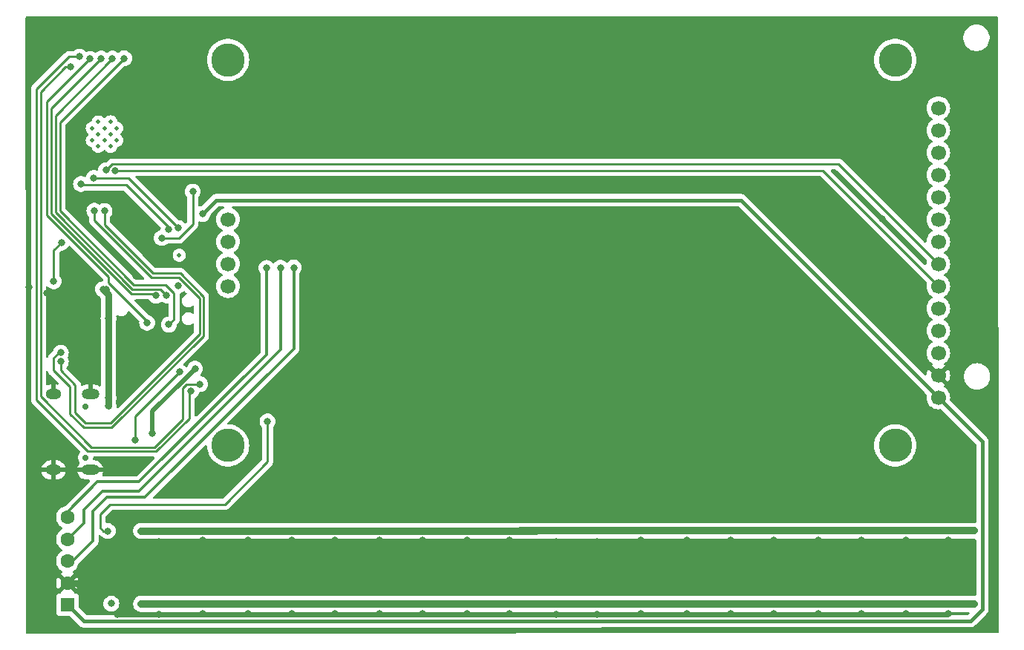
<source format=gbr>
%TF.GenerationSoftware,KiCad,Pcbnew,8.0.6*%
%TF.CreationDate,2024-11-10T17:01:15-08:00*%
%TF.ProjectId,veramonitor,76657261-6d6f-46e6-9974-6f722e6b6963,rev?*%
%TF.SameCoordinates,Original*%
%TF.FileFunction,Copper,L2,Bot*%
%TF.FilePolarity,Positive*%
%FSLAX46Y46*%
G04 Gerber Fmt 4.6, Leading zero omitted, Abs format (unit mm)*
G04 Created by KiCad (PCBNEW 8.0.6) date 2024-11-10 17:01:15*
%MOMM*%
%LPD*%
G01*
G04 APERTURE LIST*
%TA.AperFunction,ComponentPad*%
%ADD10R,1.600000X1.600000*%
%TD*%
%TA.AperFunction,ComponentPad*%
%ADD11C,1.600000*%
%TD*%
%TA.AperFunction,ComponentPad*%
%ADD12C,3.800000*%
%TD*%
%TA.AperFunction,ComponentPad*%
%ADD13C,1.700000*%
%TD*%
%TA.AperFunction,ComponentPad*%
%ADD14C,0.500000*%
%TD*%
%TA.AperFunction,ComponentPad*%
%ADD15C,0.700000*%
%TD*%
%TA.AperFunction,ComponentPad*%
%ADD16O,2.000000X1.200000*%
%TD*%
%TA.AperFunction,ComponentPad*%
%ADD17O,1.800000X1.200000*%
%TD*%
%TA.AperFunction,ViaPad*%
%ADD18C,0.800000*%
%TD*%
%TA.AperFunction,Conductor*%
%ADD19C,0.609600*%
%TD*%
%TA.AperFunction,Conductor*%
%ADD20C,0.762000*%
%TD*%
%TA.AperFunction,Conductor*%
%ADD21C,0.250000*%
%TD*%
%TA.AperFunction,Conductor*%
%ADD22C,0.406400*%
%TD*%
%TA.AperFunction,Conductor*%
%ADD23C,0.400000*%
%TD*%
%TA.AperFunction,Conductor*%
%ADD24C,0.850000*%
%TD*%
%TA.AperFunction,Conductor*%
%ADD25C,0.820000*%
%TD*%
%TA.AperFunction,Conductor*%
%ADD26C,0.508000*%
%TD*%
%TA.AperFunction,Conductor*%
%ADD27C,0.304800*%
%TD*%
%TA.AperFunction,Conductor*%
%ADD28C,0.254000*%
%TD*%
G04 APERTURE END LIST*
D10*
%TO.P,U11,1*%
%TO.N,vcc-1*%
X45130000Y-134030000D03*
D11*
%TO.P,U11,2*%
%TO.N,gnd*%
X45130000Y-131530000D03*
%TO.P,U11,3*%
%TO.N,p3*%
X45130000Y-129030000D03*
%TO.P,U11,4*%
%TO.N,p4*%
X45130000Y-126530000D03*
%TO.P,U11,5*%
%TO.N,p5*%
X45130000Y-124030000D03*
%TD*%
D12*
%TO.P,U7,0*%
%TO.N,_0*%
X63435000Y-71850000D03*
X63435000Y-115850000D03*
X139505000Y-71850000D03*
X139505000Y-115850000D03*
D13*
%TO.P,U7,1*%
%TO.N,vcc-1*%
X144415000Y-110360000D03*
%TO.P,U7,2*%
%TO.N,gnd*%
X144415000Y-107820000D03*
%TO.P,U7,3*%
%TO.N,cs*%
X144415000Y-105280000D03*
%TO.P,U7,4*%
%TO.N,rst*%
X144415000Y-102740000D03*
%TO.P,U7,5*%
%TO.N,a0*%
X144415000Y-100200000D03*
%TO.P,U7,6*%
%TO.N,sda*%
X144415000Y-97660000D03*
%TO.P,U7,7*%
%TO.N,scl*%
X144415000Y-95120000D03*
%TO.P,U7,8*%
%TO.N,led*%
X144415000Y-92580000D03*
%TO.P,U7,9*%
%TO.N,lcd-nc*%
X144415000Y-90040000D03*
%TO.P,U7,10*%
X144415000Y-87500000D03*
%TO.P,U7,11*%
X144415000Y-84960000D03*
%TO.P,U7,12*%
X144415000Y-82420000D03*
%TO.P,U7,13*%
X144415000Y-79880000D03*
%TO.P,U7,14*%
X144415000Y-77340000D03*
%TO.P,U7,15*%
%TO.N,zk_minus_cs*%
X63435000Y-97660000D03*
%TO.P,U7,16*%
%TO.N,zk_minus_mosi*%
X63435000Y-95120000D03*
%TO.P,U7,17*%
%TO.N,zk_minus_miso*%
X63435000Y-92580000D03*
%TO.P,U7,18*%
%TO.N,zk_minus_sck*%
X63435000Y-90040000D03*
%TD*%
D14*
%TO.P,U3,*%
%TO.N,*%
X57870000Y-94125000D03*
%TD*%
%TO.P,U5,*%
%TO.N,*%
X48650000Y-81725000D03*
X50050000Y-81725000D03*
X47950000Y-81025000D03*
X49350000Y-81025000D03*
X50750000Y-81025000D03*
X48650000Y-80325000D03*
X50050000Y-80325000D03*
X47950000Y-79625000D03*
X49350000Y-79625000D03*
X50750000Y-79625000D03*
X48650000Y-78925000D03*
X50050000Y-78925000D03*
%TD*%
D15*
%TO.P,U2,*%
%TO.N,*%
X47185000Y-111435000D03*
X47185000Y-117215000D03*
D16*
%TO.P,U2,1*%
%TO.N,gnd*%
X47725000Y-110005000D03*
%TO.P,U2,2*%
X47725000Y-118645000D03*
D17*
%TO.P,U2,3*%
X43535000Y-110005000D03*
%TO.P,U2,4*%
X43535000Y-118645000D03*
%TD*%
D18*
%TO.N,*%
X57720000Y-97620000D03*
%TO.N,gnd*%
X135620000Y-126690000D03*
X130720000Y-126690000D03*
X125620000Y-135015000D03*
X130720000Y-135015000D03*
X90220000Y-132615000D03*
X85220000Y-132615000D03*
X105220000Y-124290000D03*
X60520000Y-135015000D03*
X137980000Y-90000000D03*
X52960000Y-96480000D03*
X50825000Y-126795000D03*
X65720000Y-135015000D03*
X125220000Y-124290000D03*
X120720000Y-135015000D03*
X90225000Y-124295000D03*
X65220000Y-132615000D03*
X115220000Y-124290000D03*
X105220000Y-132615000D03*
X95225000Y-124295000D03*
X110520000Y-126690000D03*
X135220000Y-132615000D03*
X55520000Y-135115000D03*
X140720000Y-135015000D03*
X105520000Y-135115000D03*
X90720000Y-135015000D03*
X55225000Y-124295000D03*
X65860000Y-86200000D03*
X115220000Y-132615000D03*
X41690000Y-68030000D03*
X51960000Y-105540000D03*
X53950000Y-75980000D03*
X55880000Y-94380000D03*
X73760000Y-101770000D03*
X44290000Y-103620000D03*
X50160000Y-117720000D03*
X48030000Y-105910000D03*
X85225000Y-124295000D03*
X135220000Y-124290000D03*
X57110000Y-85890000D03*
X110520000Y-135015000D03*
X100220000Y-132615000D03*
X62250000Y-130090000D03*
X85620000Y-135015000D03*
X115720000Y-126690000D03*
X80225000Y-124295000D03*
X110220000Y-132615000D03*
X65225000Y-124295000D03*
X55525000Y-126795000D03*
X130220000Y-132615000D03*
X105520000Y-126790000D03*
X60225000Y-124295000D03*
X145220000Y-132615000D03*
X95525000Y-126695000D03*
X145220000Y-124290000D03*
X42590000Y-122650000D03*
X75620000Y-135015000D03*
X80725000Y-126695000D03*
X80720000Y-135015000D03*
X65725000Y-126695000D03*
X95520000Y-135015000D03*
X44730000Y-98600000D03*
X90725000Y-126695000D03*
X95220000Y-132615000D03*
X125620000Y-126690000D03*
X85625000Y-126695000D03*
X75225000Y-124295000D03*
X70225000Y-124295000D03*
X75220000Y-132615000D03*
X142160000Y-130320000D03*
X87010000Y-130160000D03*
X100820000Y-126790000D03*
X61020000Y-96610000D03*
X53300000Y-90270000D03*
X42800000Y-98490000D03*
X135620000Y-135015000D03*
X130220000Y-124290000D03*
X42000000Y-72700000D03*
X140220000Y-132615000D03*
X51050000Y-117700000D03*
X58390000Y-103440000D03*
X60220000Y-132615000D03*
X141930000Y-121430000D03*
X86930000Y-121240000D03*
X145520000Y-135015000D03*
X125220000Y-132615000D03*
X110220000Y-124290000D03*
X60525000Y-126695000D03*
X70720000Y-135015000D03*
X50220000Y-132615000D03*
X50225000Y-124295000D03*
X138420000Y-98170000D03*
X140720000Y-126690000D03*
X56890000Y-121190000D03*
X58930000Y-121150000D03*
X70725000Y-126695000D03*
X62020000Y-79520000D03*
X118760000Y-70280000D03*
X100820000Y-135115000D03*
X120220000Y-132615000D03*
X52060000Y-107370000D03*
X145520000Y-126690000D03*
X43030000Y-115010000D03*
X46620000Y-101180000D03*
X55220000Y-132615000D03*
X75625000Y-126695000D03*
X115720000Y-135015000D03*
X120220000Y-124290000D03*
X120720000Y-126690000D03*
X80220000Y-132615000D03*
X140220000Y-124290000D03*
X123990000Y-70730000D03*
X43040000Y-115930000D03*
X70220000Y-132615000D03*
X73730000Y-104110000D03*
X40760000Y-97820000D03*
X50820000Y-135115000D03*
X100220000Y-124290000D03*
%TO.N,sda*%
X44360000Y-105270000D03*
X49350000Y-89080000D03*
X50590000Y-84450000D03*
%TO.N,pdm_clk*%
X57770000Y-91040000D03*
X48125000Y-85315000D03*
%TO.N,tms*%
X54200000Y-101850000D03*
X47675000Y-71725000D03*
%TO.N,pdm_sel*%
X59407500Y-86877500D03*
X55880000Y-92170000D03*
%TO.N,vcc-1*%
X60520000Y-89430000D03*
%TO.N,scl*%
X49530000Y-84430000D03*
X44375751Y-106284799D03*
X48190000Y-89060000D03*
%TO.N,tdi*%
X48975000Y-71700000D03*
X55225000Y-98750000D03*
%TO.N,tdo*%
X50250000Y-71700000D03*
X56410000Y-98720000D03*
%TO.N,pdm_data*%
X46667347Y-86007347D03*
X56664847Y-91145153D03*
%TO.N,led_data*%
X67930000Y-113090000D03*
X49715000Y-125595000D03*
%TO.N,en*%
X44425000Y-92695000D03*
X43570000Y-97100000D03*
%TO.N,tck*%
X51575000Y-71675000D03*
X56690000Y-102050000D03*
%TO.N,vcc*%
X54790000Y-114445002D03*
X49525000Y-98000000D03*
X83520000Y-133915000D03*
X98520000Y-133915000D03*
X108520000Y-125590000D03*
X148520000Y-125590000D03*
X58525000Y-125595000D03*
X103520000Y-125590000D03*
X123520000Y-133915000D03*
X73520000Y-133915000D03*
X88520000Y-133915000D03*
X128520000Y-133915000D03*
X93525000Y-125595000D03*
X53520000Y-133915000D03*
X63520000Y-133915000D03*
X128520000Y-125590000D03*
X98525000Y-125595000D03*
X118520000Y-133915000D03*
X143520000Y-133915000D03*
X49800000Y-111350000D03*
X68525000Y-125595000D03*
X113520000Y-125590000D03*
X148520000Y-133915000D03*
X78525000Y-125595000D03*
X93520000Y-133915000D03*
X58520000Y-133915000D03*
X103520000Y-133915000D03*
X118520000Y-125590000D03*
X88525000Y-125595000D03*
X123520000Y-125590000D03*
X138520000Y-125590000D03*
X108520000Y-133915000D03*
X49175000Y-98015000D03*
X78520000Y-133915000D03*
X113520000Y-133915000D03*
X49800000Y-101350000D03*
X63525000Y-125595000D03*
X83525000Y-125595000D03*
X53525000Y-125595000D03*
X59660000Y-107090000D03*
X133520000Y-133915000D03*
X138520000Y-133915000D03*
X143520000Y-125590000D03*
X133520000Y-125590000D03*
X49800000Y-110430000D03*
X73525000Y-125595000D03*
X68520000Y-133915000D03*
%TO.N,ledrow2-dout*%
X50120000Y-133890000D03*
%TO.N,rx*%
X59210000Y-109660000D03*
X46500000Y-71480000D03*
%TO.N,tx*%
X60240000Y-108850000D03*
X45510000Y-72670000D03*
%TO.N,p5*%
X67820000Y-95590000D03*
%TO.N,p3*%
X70920000Y-95540000D03*
%TO.N,p4*%
X69410000Y-95580000D03*
%TO.N,vdd*%
X52825000Y-115225000D03*
X57925000Y-107450000D03*
%TD*%
D19*
%TO.N,gnd*%
X94070000Y-126795000D02*
X91625000Y-126795000D01*
D20*
X87325000Y-124295000D02*
X85225000Y-124295000D01*
X137320000Y-124290000D02*
X115220000Y-124290000D01*
X46270000Y-131530000D02*
X45130000Y-131530000D01*
D19*
X93995000Y-135115000D02*
X91620000Y-135115000D01*
X104045000Y-135115000D02*
X93995000Y-135115000D01*
X135720000Y-126790000D02*
X135620000Y-126690000D01*
D20*
X93720000Y-132615000D02*
X87320000Y-132615000D01*
X52100000Y-132615000D02*
X47355000Y-132615000D01*
X87320000Y-132615000D02*
X85220000Y-132615000D01*
X93720000Y-132615000D02*
X90220000Y-132615000D01*
D19*
X139820000Y-126790000D02*
X131620000Y-126790000D01*
X81625000Y-126795000D02*
X80825000Y-126795000D01*
X80825000Y-126795000D02*
X80725000Y-126695000D01*
X139820000Y-135115000D02*
X131620000Y-135115000D01*
X145420000Y-135115000D02*
X141620000Y-135115000D01*
D20*
X103620000Y-132615000D02*
X100220000Y-132615000D01*
D19*
X91625000Y-126795000D02*
X90825000Y-126795000D01*
D20*
X103995000Y-124290000D02*
X101745000Y-124290000D01*
X93725000Y-124295000D02*
X87325000Y-124295000D01*
D19*
X91620000Y-135115000D02*
X89820000Y-135115000D01*
X89820000Y-135115000D02*
X85720000Y-135115000D01*
D20*
X101740000Y-124295000D02*
X101745000Y-124290000D01*
D19*
X139820000Y-135115000D02*
X135720000Y-135115000D01*
D20*
X101745000Y-124290000D02*
X100220000Y-124290000D01*
D19*
X131620000Y-135115000D02*
X104045000Y-135115000D01*
X85720000Y-135115000D02*
X85620000Y-135015000D01*
D20*
X103620000Y-132615000D02*
X93720000Y-132615000D01*
D19*
X139820000Y-126790000D02*
X135720000Y-126790000D01*
X145520000Y-126690000D02*
X145420000Y-126790000D01*
X135720000Y-135115000D02*
X135620000Y-135015000D01*
X95520000Y-135015000D02*
X95420000Y-135115000D01*
X94075000Y-126790000D02*
X94070000Y-126795000D01*
D20*
X143720000Y-132615000D02*
X103620000Y-132615000D01*
D19*
X141620000Y-135115000D02*
X139820000Y-135115000D01*
X80820000Y-135115000D02*
X80720000Y-135015000D01*
X131620000Y-126790000D02*
X130820000Y-126790000D01*
X103545000Y-126790000D02*
X94075000Y-126790000D01*
D20*
X143720000Y-124290000D02*
X103995000Y-124290000D01*
D19*
X104045000Y-135115000D02*
X100820000Y-135115000D01*
D20*
X95220000Y-132615000D02*
X93720000Y-132615000D01*
D19*
X85725000Y-126795000D02*
X85625000Y-126695000D01*
X130820000Y-135115000D02*
X130720000Y-135015000D01*
D20*
X94320000Y-124295000D02*
X93725000Y-124295000D01*
D19*
X141620000Y-126790000D02*
X140820000Y-126790000D01*
D20*
X93720000Y-132615000D02*
X52100000Y-132615000D01*
X137320000Y-132615000D02*
X135220000Y-132615000D01*
X145220000Y-132615000D02*
X143720000Y-132615000D01*
D19*
X131620000Y-126790000D02*
X103545000Y-126790000D01*
X131620000Y-135115000D02*
X130820000Y-135115000D01*
D20*
X87320000Y-132615000D02*
X65220000Y-132615000D01*
D19*
X95525000Y-126695000D02*
X95425000Y-126795000D01*
X130820000Y-126790000D02*
X130720000Y-126690000D01*
X145520000Y-135015000D02*
X145420000Y-135115000D01*
D20*
X95225000Y-124295000D02*
X94320000Y-124295000D01*
X47355000Y-132615000D02*
X46270000Y-131530000D01*
D19*
X140820000Y-126790000D02*
X140720000Y-126690000D01*
X89825000Y-126795000D02*
X81625000Y-126795000D01*
X89820000Y-135115000D02*
X81620000Y-135115000D01*
X91620000Y-135115000D02*
X90820000Y-135115000D01*
D20*
X93725000Y-124295000D02*
X90225000Y-124295000D01*
X143720000Y-132615000D02*
X140220000Y-132615000D01*
X93730000Y-124290000D02*
X93725000Y-124295000D01*
D19*
X95420000Y-135115000D02*
X93995000Y-135115000D01*
D20*
X145220000Y-124290000D02*
X143720000Y-124290000D01*
D19*
X103545000Y-126790000D02*
X100820000Y-126790000D01*
X81620000Y-135115000D02*
X80820000Y-135115000D01*
X81620000Y-135115000D02*
X50820000Y-135115000D01*
X90825000Y-126795000D02*
X90725000Y-126695000D01*
D20*
X52100000Y-132615000D02*
X50220000Y-132615000D01*
X143720000Y-124290000D02*
X140220000Y-124290000D01*
D19*
X145420000Y-126790000D02*
X141620000Y-126790000D01*
X141620000Y-126790000D02*
X139820000Y-126790000D01*
X89825000Y-126795000D02*
X85725000Y-126795000D01*
D20*
X143720000Y-132615000D02*
X137320000Y-132615000D01*
X143720000Y-124290000D02*
X137320000Y-124290000D01*
D19*
X90820000Y-135115000D02*
X90720000Y-135015000D01*
D20*
X103995000Y-124290000D02*
X93730000Y-124290000D01*
X137320000Y-124290000D02*
X135220000Y-124290000D01*
D19*
X140820000Y-135115000D02*
X140720000Y-135015000D01*
X81625000Y-126795000D02*
X50825000Y-126795000D01*
D20*
X93725000Y-124295000D02*
X50225000Y-124295000D01*
D19*
X141620000Y-135115000D02*
X140820000Y-135115000D01*
D20*
X87325000Y-124295000D02*
X65225000Y-124295000D01*
D19*
X95425000Y-126795000D02*
X94070000Y-126795000D01*
D20*
X137320000Y-132615000D02*
X115220000Y-132615000D01*
D19*
X91625000Y-126795000D02*
X89825000Y-126795000D01*
D21*
%TO.N,sda*%
X45420000Y-109150000D02*
X45420000Y-112230000D01*
X54910000Y-96210000D02*
X49350000Y-90650000D01*
X43530000Y-107260000D02*
X45420000Y-109150000D01*
X50590000Y-84450000D02*
X131205000Y-84450000D01*
X49350000Y-90650000D02*
X49350000Y-89080000D01*
X60630000Y-103340000D02*
X60630000Y-98853604D01*
X43530000Y-105880000D02*
X43530000Y-107260000D01*
X45420000Y-112230000D02*
X47010000Y-113820000D01*
X44140000Y-105270000D02*
X43530000Y-105880000D01*
X60630000Y-98853604D02*
X57986396Y-96210000D01*
X50150000Y-113820000D02*
X60630000Y-103340000D01*
X44360000Y-105270000D02*
X44140000Y-105270000D01*
X57986396Y-96210000D02*
X54910000Y-96210000D01*
X47010000Y-113820000D02*
X50150000Y-113820000D01*
X131205000Y-84450000D02*
X144415000Y-97660000D01*
%TO.N,pdm_clk*%
X51055000Y-85325000D02*
X51045000Y-85315000D01*
X50445000Y-85315000D02*
X48125000Y-85315000D01*
X52045000Y-85315000D02*
X50445000Y-85315000D01*
X51870000Y-85325000D02*
X51055000Y-85325000D01*
X52245000Y-85515000D02*
X57770000Y-91040000D01*
X52245000Y-85515000D02*
X52045000Y-85315000D01*
X51045000Y-85315000D02*
X52045000Y-85315000D01*
X51045000Y-85315000D02*
X50445000Y-85315000D01*
%TO.N,tms*%
X54200000Y-101850000D02*
X54200000Y-101649695D01*
X54200000Y-101649695D02*
X49825305Y-97275000D01*
X47675000Y-71800000D02*
X47675000Y-71725000D01*
X49825305Y-97275000D02*
X49825305Y-96598097D01*
X42800000Y-76600000D02*
X47675000Y-71725000D01*
X49825305Y-96598097D02*
X42800000Y-89572792D01*
X42800000Y-89572792D02*
X42800000Y-76600000D01*
%TO.N,pdm_sel*%
X55880000Y-92170000D02*
X57840000Y-92170000D01*
X57840000Y-92170000D02*
X59420000Y-90590000D01*
X59420000Y-90590000D02*
X59420000Y-86890000D01*
X59420000Y-86890000D02*
X59407500Y-86877500D01*
D22*
%TO.N,vcc-1*%
X105852697Y-135918200D02*
X105880897Y-135890000D01*
X105880897Y-135890000D02*
X148090000Y-135890000D01*
X45130000Y-134030000D02*
X47018200Y-135918200D01*
X149440000Y-115385000D02*
X144415000Y-110360000D01*
X148090000Y-135890000D02*
X149440000Y-134540000D01*
D23*
X60520000Y-89430000D02*
X62100000Y-87850000D01*
X121905000Y-87850000D02*
X144415000Y-110360000D01*
X62100000Y-87850000D02*
X121905000Y-87850000D01*
D22*
X149440000Y-134540000D02*
X149440000Y-115385000D01*
X47018200Y-135918200D02*
X105852697Y-135918200D01*
D21*
%TO.N,scl*%
X60180000Y-99040000D02*
X60180000Y-103153604D01*
X133020000Y-83725000D02*
X144415000Y-95120000D01*
X46020000Y-108950000D02*
X44375751Y-107305751D01*
X57800000Y-96660000D02*
X60180000Y-99040000D01*
X60180000Y-103153604D02*
X50043604Y-113290000D01*
X50235000Y-83725000D02*
X133020000Y-83725000D01*
X48190000Y-90126396D02*
X54723604Y-96660000D01*
X46020000Y-112130000D02*
X46020000Y-108950000D01*
X54723604Y-96660000D02*
X57800000Y-96660000D01*
X48190000Y-89060000D02*
X48190000Y-90126396D01*
X47180000Y-113290000D02*
X46020000Y-112130000D01*
X50043604Y-113290000D02*
X47180000Y-113290000D01*
X49530000Y-84430000D02*
X50235000Y-83725000D01*
X44375751Y-107305751D02*
X44375751Y-106284799D01*
%TO.N,tdi*%
X52413604Y-98550000D02*
X43260000Y-89396396D01*
X48975000Y-71800000D02*
X48975000Y-71700000D01*
X55225000Y-98750000D02*
X55025000Y-98550000D01*
X55025000Y-98550000D02*
X52413604Y-98550000D01*
X43260000Y-89396396D02*
X43260000Y-77415000D01*
X43260000Y-77415000D02*
X48975000Y-71700000D01*
%TO.N,tdo*%
X56410000Y-98720000D02*
X55690000Y-98000000D01*
X52500000Y-98000000D02*
X43760000Y-89260000D01*
X50250000Y-71720000D02*
X50250000Y-71700000D01*
X43760000Y-89260000D02*
X43760000Y-78210000D01*
X55690000Y-98000000D02*
X52500000Y-98000000D01*
X43760000Y-78210000D02*
X50250000Y-71720000D01*
%TO.N,pdm_data*%
X46667347Y-86007347D02*
X46775000Y-86115000D01*
X56664847Y-90959847D02*
X51830000Y-86125000D01*
X51830000Y-86125000D02*
X51570000Y-86125000D01*
X56664847Y-91145153D02*
X56664847Y-90959847D01*
X46775000Y-86115000D02*
X51670000Y-86115000D01*
%TO.N,led_data*%
X49715000Y-125595000D02*
X49215000Y-125595000D01*
X48850000Y-125230000D02*
X48850000Y-123710000D01*
X49215000Y-125595000D02*
X48850000Y-125230000D01*
X67930000Y-117710000D02*
X67930000Y-113090000D01*
X50000000Y-122560000D02*
X63080000Y-122560000D01*
X63080000Y-122560000D02*
X67930000Y-117710000D01*
X48850000Y-123710000D02*
X50000000Y-122560000D01*
%TO.N,en*%
X43570000Y-93550000D02*
X43570000Y-97100000D01*
X44425000Y-92695000D02*
X43570000Y-93550000D01*
X44425000Y-92695000D02*
X44460000Y-92660000D01*
%TO.N,tck*%
X51565000Y-71675000D02*
X51575000Y-71675000D01*
X44280000Y-78960000D02*
X51565000Y-71675000D01*
X57270000Y-101470000D02*
X57270000Y-98500000D01*
X44280000Y-89100000D02*
X44280000Y-78960000D01*
X56690000Y-102050000D02*
X57270000Y-101470000D01*
X56290000Y-97520000D02*
X52700000Y-97520000D01*
X57270000Y-98500000D02*
X56290000Y-97520000D01*
X52700000Y-97520000D02*
X44280000Y-89100000D01*
D24*
%TO.N,vcc*%
X53525000Y-125595000D02*
X55825000Y-125595000D01*
X82920000Y-133915000D02*
X88020000Y-133915000D01*
X67525000Y-125595000D02*
X72725000Y-125595000D01*
X132920000Y-125590000D02*
X138020000Y-125590000D01*
D25*
X88020000Y-133915000D02*
X88520000Y-133915000D01*
D24*
X96770000Y-125595000D02*
X98525000Y-125595000D01*
X132920000Y-133915000D02*
X138020000Y-133915000D01*
X104770000Y-125590000D02*
X105820000Y-125590000D01*
D25*
X122720000Y-125590000D02*
X123520000Y-125590000D01*
D24*
X53520000Y-133915000D02*
X55820000Y-133915000D01*
D25*
X142620000Y-125590000D02*
X143520000Y-125590000D01*
D24*
X78025000Y-125595000D02*
X82925000Y-125595000D01*
X128020000Y-133915000D02*
X132920000Y-133915000D01*
X78020000Y-133915000D02*
X82920000Y-133915000D01*
D25*
X138020000Y-125590000D02*
X138520000Y-125590000D01*
D24*
X92625000Y-125595000D02*
X96770000Y-125595000D01*
D25*
X132920000Y-125590000D02*
X133520000Y-125590000D01*
D26*
X54790000Y-111955865D02*
X58474865Y-108271000D01*
D25*
X55820000Y-133915000D02*
X58520000Y-133915000D01*
D24*
X96870000Y-133915000D02*
X98520000Y-133915000D01*
X105820000Y-125590000D02*
X111420000Y-125590000D01*
X117520000Y-125590000D02*
X122720000Y-125590000D01*
D26*
X58474865Y-108271000D02*
X58479000Y-108271000D01*
D24*
X92620000Y-133915000D02*
X96870000Y-133915000D01*
D26*
X54790000Y-114445002D02*
X54790000Y-111955865D01*
D25*
X82920000Y-133915000D02*
X83520000Y-133915000D01*
X105820000Y-125590000D02*
X108520000Y-125590000D01*
X128020000Y-125590000D02*
X128520000Y-125590000D01*
D24*
X61420000Y-133915000D02*
X68520000Y-133915000D01*
D20*
X49800000Y-110430000D02*
X49800000Y-110725000D01*
D25*
X72720000Y-133915000D02*
X73520000Y-133915000D01*
X92620000Y-133915000D02*
X93520000Y-133915000D01*
D24*
X138020000Y-133915000D02*
X142620000Y-133915000D01*
X138020000Y-125590000D02*
X142620000Y-125590000D01*
X72720000Y-133915000D02*
X78020000Y-133915000D01*
D25*
X61420000Y-133915000D02*
X63520000Y-133915000D01*
D24*
X88020000Y-133915000D02*
X92620000Y-133915000D01*
X117520000Y-133915000D02*
X122720000Y-133915000D01*
D20*
X49800000Y-101350000D02*
X49800000Y-110430000D01*
D24*
X67520000Y-133915000D02*
X72720000Y-133915000D01*
D25*
X128020000Y-133915000D02*
X128520000Y-133915000D01*
D24*
X72725000Y-125595000D02*
X78025000Y-125595000D01*
X88025000Y-125595000D02*
X92625000Y-125595000D01*
D25*
X72725000Y-125595000D02*
X73525000Y-125595000D01*
D24*
X96775000Y-125590000D02*
X96770000Y-125595000D01*
X111420000Y-125590000D02*
X118520000Y-125590000D01*
D25*
X142620000Y-133915000D02*
X143520000Y-133915000D01*
X88025000Y-125595000D02*
X88525000Y-125595000D01*
D26*
X58479000Y-108271000D02*
X59660000Y-107090000D01*
D25*
X111420000Y-125590000D02*
X113520000Y-125590000D01*
D20*
X49800000Y-98640000D02*
X49800000Y-101350000D01*
D25*
X55825000Y-125595000D02*
X58525000Y-125595000D01*
D24*
X103520000Y-133915000D02*
X105120000Y-133915000D01*
X142620000Y-125590000D02*
X148520000Y-125590000D01*
D25*
X111420000Y-133915000D02*
X113520000Y-133915000D01*
D20*
X49190000Y-98000000D02*
X49175000Y-98015000D01*
D25*
X82925000Y-125595000D02*
X83525000Y-125595000D01*
D24*
X142620000Y-133915000D02*
X148520000Y-133915000D01*
X103520000Y-125590000D02*
X104770000Y-125590000D01*
D25*
X78025000Y-125595000D02*
X78525000Y-125595000D01*
D24*
X122720000Y-125590000D02*
X128020000Y-125590000D01*
D25*
X122720000Y-133915000D02*
X123520000Y-133915000D01*
D20*
X49800000Y-110725000D02*
X49800000Y-111350000D01*
D24*
X61425000Y-125595000D02*
X68525000Y-125595000D01*
X55825000Y-125595000D02*
X61425000Y-125595000D01*
D20*
X49525000Y-98000000D02*
X49190000Y-98000000D01*
D24*
X105120000Y-133915000D02*
X105820000Y-133915000D01*
X105820000Y-133915000D02*
X111420000Y-133915000D01*
D25*
X92625000Y-125595000D02*
X93525000Y-125595000D01*
X78020000Y-133915000D02*
X78520000Y-133915000D01*
X61425000Y-125595000D02*
X63525000Y-125595000D01*
D24*
X82925000Y-125595000D02*
X88025000Y-125595000D01*
D25*
X132920000Y-133915000D02*
X133520000Y-133915000D01*
X105820000Y-133915000D02*
X108520000Y-133915000D01*
D24*
X96870000Y-133915000D02*
X105120000Y-133915000D01*
X96775000Y-125590000D02*
X104770000Y-125590000D01*
D20*
X49175000Y-98015000D02*
X49800000Y-98640000D01*
D24*
X111420000Y-133915000D02*
X118520000Y-133915000D01*
D25*
X138020000Y-133915000D02*
X138520000Y-133915000D01*
D24*
X122720000Y-133915000D02*
X128020000Y-133915000D01*
X55820000Y-133915000D02*
X61420000Y-133915000D01*
X128020000Y-125590000D02*
X132920000Y-125590000D01*
D21*
%TO.N,rx*%
X59010000Y-112730000D02*
X55250000Y-116490000D01*
X59010000Y-109860000D02*
X59010000Y-112730000D01*
X59210000Y-109660000D02*
X59010000Y-109860000D01*
X41600000Y-75163604D02*
X45283604Y-71480000D01*
X41600000Y-110650000D02*
X41600000Y-75163604D01*
X45283604Y-71480000D02*
X46500000Y-71480000D01*
X55250000Y-116490000D02*
X47440000Y-116490000D01*
X47440000Y-116490000D02*
X41600000Y-110650000D01*
%TO.N,tx*%
X42050000Y-110270000D02*
X42050000Y-75520000D01*
X60240000Y-108850000D02*
X58714695Y-108850000D01*
X58230000Y-112873604D02*
X55073604Y-116030000D01*
X42050000Y-75520000D02*
X44900000Y-72670000D01*
X55073604Y-116030000D02*
X47810000Y-116030000D01*
X47810000Y-116030000D02*
X42050000Y-110270000D01*
X44900000Y-72670000D02*
X45510000Y-72670000D01*
X58230000Y-109334695D02*
X58230000Y-112873604D01*
X58714695Y-108850000D02*
X58230000Y-109334695D01*
D27*
%TO.N,p5*%
X45130000Y-123430000D02*
X48560000Y-120000000D01*
X45130000Y-124030000D02*
X45130000Y-123430000D01*
X53290000Y-120000000D02*
X67820000Y-105470000D01*
X67820000Y-105470000D02*
X67820000Y-95590000D01*
X48560000Y-120000000D02*
X53290000Y-120000000D01*
%TO.N,p3*%
X48000000Y-123380000D02*
X49640000Y-121740000D01*
X45740000Y-129030000D02*
X48000000Y-126770000D01*
X49640000Y-121740000D02*
X53960000Y-121740000D01*
X45130000Y-129030000D02*
X45740000Y-129030000D01*
X53960000Y-121740000D02*
X70920000Y-104780000D01*
X70920000Y-104780000D02*
X70920000Y-95540000D01*
X48000000Y-126770000D02*
X48000000Y-123380000D01*
%TO.N,p4*%
X45140000Y-126530000D02*
X45130000Y-126530000D01*
X53260000Y-121040000D02*
X49120000Y-121040000D01*
X47005200Y-124664800D02*
X45140000Y-126530000D01*
X49120000Y-121040000D02*
X47005200Y-123154800D01*
X69410000Y-95580000D02*
X69410000Y-104890000D01*
X47005200Y-123154800D02*
X47005200Y-124664800D01*
X69410000Y-104890000D02*
X53260000Y-121040000D01*
D28*
%TO.N,vdd*%
X57925000Y-107450000D02*
X52825000Y-112550000D01*
X52825000Y-112550000D02*
X52825000Y-115225000D01*
%TD*%
%TA.AperFunction,Conductor*%
%TO.N,gnd*%
G36*
X55018836Y-117135185D02*
G01*
X55064591Y-117187989D01*
X55074535Y-117257147D01*
X55045510Y-117320703D01*
X55039478Y-117327181D01*
X53055878Y-119310781D01*
X52994555Y-119344266D01*
X52968197Y-119347100D01*
X49204170Y-119347100D01*
X49137131Y-119327415D01*
X49091376Y-119274611D01*
X49081432Y-119205453D01*
X49093686Y-119166804D01*
X49144408Y-119067257D01*
X49197914Y-118902584D01*
X49199115Y-118895000D01*
X48469978Y-118895000D01*
X48505066Y-118859912D01*
X48551146Y-118780099D01*
X48574999Y-118691080D01*
X48574999Y-118598920D01*
X48551146Y-118509901D01*
X48505066Y-118430088D01*
X48469978Y-118395000D01*
X49199115Y-118395000D01*
X49199115Y-118394999D01*
X49197914Y-118387415D01*
X49144408Y-118222744D01*
X49065804Y-118068475D01*
X48964032Y-117928397D01*
X48841602Y-117805967D01*
X48701524Y-117704195D01*
X48547257Y-117625591D01*
X48382584Y-117572085D01*
X48211571Y-117545000D01*
X48142274Y-117545000D01*
X48075235Y-117525315D01*
X48029480Y-117472511D01*
X48019536Y-117403353D01*
X48020982Y-117395226D01*
X48021495Y-117392808D01*
X48021497Y-117392803D01*
X48026171Y-117348322D01*
X48027875Y-117337098D01*
X48031137Y-117320703D01*
X48035500Y-117298767D01*
X48035500Y-117266075D01*
X48036179Y-117253114D01*
X48038972Y-117226539D01*
X48065556Y-117161924D01*
X48122853Y-117121939D01*
X48162293Y-117115500D01*
X54951797Y-117115500D01*
X55018836Y-117135185D01*
G37*
%TD.AperFunction*%
%TA.AperFunction,Conductor*%
G36*
X58473165Y-98237633D02*
G01*
X58523653Y-98268243D01*
X58694693Y-98439283D01*
X58728178Y-98500606D01*
X58723194Y-98570298D01*
X58681322Y-98626231D01*
X58654466Y-98641525D01*
X58551730Y-98684080D01*
X58551724Y-98684083D01*
X58429580Y-98765698D01*
X58429576Y-98765701D01*
X58325701Y-98869576D01*
X58325698Y-98869580D01*
X58244083Y-98991724D01*
X58244078Y-98991733D01*
X58187861Y-99127455D01*
X58187858Y-99127465D01*
X58159200Y-99271540D01*
X58159200Y-99418459D01*
X58187858Y-99562534D01*
X58187861Y-99562544D01*
X58244078Y-99698266D01*
X58244083Y-99698275D01*
X58325698Y-99820419D01*
X58325701Y-99820423D01*
X58429576Y-99924298D01*
X58429580Y-99924301D01*
X58551724Y-100005916D01*
X58551730Y-100005919D01*
X58551731Y-100005920D01*
X58687458Y-100062140D01*
X58831540Y-100090799D01*
X58831544Y-100090800D01*
X58831545Y-100090800D01*
X58978456Y-100090800D01*
X58978457Y-100090799D01*
X59122542Y-100062140D01*
X59258269Y-100005920D01*
X59361609Y-99936869D01*
X59428286Y-99915992D01*
X59495666Y-99934476D01*
X59542357Y-99986455D01*
X59554500Y-100039972D01*
X59554500Y-100680027D01*
X59534815Y-100747066D01*
X59482011Y-100792821D01*
X59412853Y-100802765D01*
X59361609Y-100783129D01*
X59258275Y-100714083D01*
X59258266Y-100714078D01*
X59136554Y-100663664D01*
X59122542Y-100657860D01*
X59122538Y-100657859D01*
X59122534Y-100657858D01*
X58978459Y-100629200D01*
X58978455Y-100629200D01*
X58831545Y-100629200D01*
X58831540Y-100629200D01*
X58687465Y-100657858D01*
X58687455Y-100657861D01*
X58551733Y-100714078D01*
X58551724Y-100714083D01*
X58429580Y-100795698D01*
X58429576Y-100795701D01*
X58325701Y-100899576D01*
X58325698Y-100899580D01*
X58244083Y-101021724D01*
X58244078Y-101021733D01*
X58187861Y-101157455D01*
X58187858Y-101157465D01*
X58159200Y-101301540D01*
X58159200Y-101448459D01*
X58187858Y-101592534D01*
X58187861Y-101592544D01*
X58244078Y-101728266D01*
X58244083Y-101728275D01*
X58325698Y-101850419D01*
X58325701Y-101850423D01*
X58429576Y-101954298D01*
X58429580Y-101954301D01*
X58551724Y-102035916D01*
X58551733Y-102035921D01*
X58557378Y-102038259D01*
X58687458Y-102092140D01*
X58831540Y-102120799D01*
X58831544Y-102120800D01*
X58831545Y-102120800D01*
X58978456Y-102120800D01*
X58978457Y-102120799D01*
X59122542Y-102092140D01*
X59258269Y-102035920D01*
X59361609Y-101966869D01*
X59428286Y-101945992D01*
X59495666Y-101964476D01*
X59542357Y-102016455D01*
X59554500Y-102069972D01*
X59554500Y-102843151D01*
X59534815Y-102910190D01*
X59518181Y-102930832D01*
X50906841Y-111542172D01*
X50845518Y-111575657D01*
X50775826Y-111570673D01*
X50719893Y-111528801D01*
X50695476Y-111463337D01*
X50695838Y-111441542D01*
X50705460Y-111350000D01*
X50685674Y-111161744D01*
X50685673Y-111161741D01*
X50685673Y-111161739D01*
X50684324Y-111155389D01*
X50685594Y-111155118D01*
X50681500Y-111129257D01*
X50681500Y-110650741D01*
X50685603Y-110624889D01*
X50684322Y-110624617D01*
X50685672Y-110618261D01*
X50685674Y-110618256D01*
X50705460Y-110430000D01*
X50685674Y-110241744D01*
X50685673Y-110241741D01*
X50685673Y-110241739D01*
X50684324Y-110235389D01*
X50685594Y-110235118D01*
X50681500Y-110209257D01*
X50681500Y-101570741D01*
X50685603Y-101544889D01*
X50684322Y-101544617D01*
X50685672Y-101538261D01*
X50685674Y-101538256D01*
X50705460Y-101350000D01*
X50685674Y-101161744D01*
X50685673Y-101161741D01*
X50685673Y-101161739D01*
X50684324Y-101155389D01*
X50685594Y-101155118D01*
X50681500Y-101129257D01*
X50681500Y-101085708D01*
X50701185Y-101018669D01*
X50753989Y-100972914D01*
X50823147Y-100962970D01*
X50874392Y-100982607D01*
X50931723Y-101020915D01*
X50931733Y-101020921D01*
X50956800Y-101031304D01*
X51067458Y-101077140D01*
X51210937Y-101105679D01*
X51211540Y-101105799D01*
X51211544Y-101105800D01*
X51211545Y-101105800D01*
X51358456Y-101105800D01*
X51358457Y-101105799D01*
X51502542Y-101077140D01*
X51638269Y-101020920D01*
X51760420Y-100939301D01*
X51864301Y-100835420D01*
X51945920Y-100713269D01*
X52001744Y-100578497D01*
X52045583Y-100524095D01*
X52111877Y-100502030D01*
X52179577Y-100519309D01*
X52203985Y-100538270D01*
X53273752Y-101608037D01*
X53307237Y-101669360D01*
X53309392Y-101708678D01*
X53294540Y-101849999D01*
X53294540Y-101850000D01*
X53314326Y-102038256D01*
X53314327Y-102038259D01*
X53372818Y-102218277D01*
X53372821Y-102218284D01*
X53467467Y-102382216D01*
X53499937Y-102418277D01*
X53594129Y-102522888D01*
X53747265Y-102634148D01*
X53747270Y-102634151D01*
X53920192Y-102711142D01*
X53920197Y-102711144D01*
X54105354Y-102750500D01*
X54105355Y-102750500D01*
X54294644Y-102750500D01*
X54294646Y-102750500D01*
X54479803Y-102711144D01*
X54652730Y-102634151D01*
X54805871Y-102522888D01*
X54932533Y-102382216D01*
X55027179Y-102218284D01*
X55085674Y-102038256D01*
X55105460Y-101850000D01*
X55085674Y-101661744D01*
X55027179Y-101481716D01*
X54932533Y-101317784D01*
X54805871Y-101177112D01*
X54782222Y-101159930D01*
X54652734Y-101065851D01*
X54652729Y-101065848D01*
X54479806Y-100988857D01*
X54479804Y-100988856D01*
X54479803Y-100988856D01*
X54450405Y-100982607D01*
X54444544Y-100981361D01*
X54383063Y-100948167D01*
X54382647Y-100947752D01*
X52822076Y-99387181D01*
X52788591Y-99325858D01*
X52793575Y-99256166D01*
X52835447Y-99200233D01*
X52900911Y-99175816D01*
X52909757Y-99175500D01*
X54359263Y-99175500D01*
X54426302Y-99195185D01*
X54466650Y-99237500D01*
X54492467Y-99282216D01*
X54615141Y-99418459D01*
X54619129Y-99422888D01*
X54772265Y-99534148D01*
X54772270Y-99534151D01*
X54945192Y-99611142D01*
X54945197Y-99611144D01*
X55130354Y-99650500D01*
X55130355Y-99650500D01*
X55319644Y-99650500D01*
X55319646Y-99650500D01*
X55504803Y-99611144D01*
X55677730Y-99534151D01*
X55765260Y-99470556D01*
X55831065Y-99447076D01*
X55899119Y-99462901D01*
X55911024Y-99470551D01*
X55911032Y-99470557D01*
X55957270Y-99504151D01*
X56130192Y-99581142D01*
X56130197Y-99581144D01*
X56315354Y-99620500D01*
X56315355Y-99620500D01*
X56504639Y-99620500D01*
X56504646Y-99620500D01*
X56504652Y-99620498D01*
X56507529Y-99620196D01*
X56509192Y-99620500D01*
X56511145Y-99620500D01*
X56511145Y-99620857D01*
X56576259Y-99632760D01*
X56627287Y-99680488D01*
X56644500Y-99743516D01*
X56644500Y-101038640D01*
X56624815Y-101105679D01*
X56572011Y-101151434D01*
X56546281Y-101159930D01*
X56410197Y-101188855D01*
X56410192Y-101188857D01*
X56237270Y-101265848D01*
X56237265Y-101265851D01*
X56084129Y-101377111D01*
X55957466Y-101517785D01*
X55862821Y-101681715D01*
X55862818Y-101681722D01*
X55808005Y-101850420D01*
X55804326Y-101861744D01*
X55784540Y-102050000D01*
X55804326Y-102238256D01*
X55804327Y-102238259D01*
X55862818Y-102418277D01*
X55862821Y-102418284D01*
X55957467Y-102582216D01*
X56004227Y-102634148D01*
X56084129Y-102722888D01*
X56237265Y-102834148D01*
X56237270Y-102834151D01*
X56410192Y-102911142D01*
X56410197Y-102911144D01*
X56595354Y-102950500D01*
X56595355Y-102950500D01*
X56784644Y-102950500D01*
X56784646Y-102950500D01*
X56969803Y-102911144D01*
X57142730Y-102834151D01*
X57295871Y-102722888D01*
X57422533Y-102582216D01*
X57517179Y-102418284D01*
X57575674Y-102238256D01*
X57593321Y-102070345D01*
X57619905Y-102005732D01*
X57628952Y-101995636D01*
X57668729Y-101955860D01*
X57668733Y-101955858D01*
X57755858Y-101868733D01*
X57786584Y-101822746D01*
X57807254Y-101791813D01*
X57807256Y-101791810D01*
X57814106Y-101781557D01*
X57824312Y-101766285D01*
X57859585Y-101681128D01*
X57871463Y-101652452D01*
X57888666Y-101565965D01*
X57894178Y-101538255D01*
X57894179Y-101538255D01*
X57894179Y-101538245D01*
X57895500Y-101531607D01*
X57895500Y-101408393D01*
X57895500Y-98603727D01*
X57915185Y-98536688D01*
X57967989Y-98490933D01*
X57993720Y-98482436D01*
X57999803Y-98481144D01*
X58172730Y-98404151D01*
X58325871Y-98292888D01*
X58343821Y-98272953D01*
X58403308Y-98236304D01*
X58473165Y-98237633D01*
G37*
%TD.AperFunction*%
%TA.AperFunction,Conductor*%
G36*
X42880703Y-107335629D02*
G01*
X42918477Y-107394407D01*
X42921118Y-107405152D01*
X42928537Y-107442454D01*
X42931657Y-107449982D01*
X42931661Y-107450002D01*
X42931664Y-107450001D01*
X42945037Y-107482285D01*
X42975688Y-107556286D01*
X42975690Y-107556290D01*
X43006259Y-107602038D01*
X43006260Y-107602039D01*
X43044140Y-107658731D01*
X43044141Y-107658732D01*
X43044142Y-107658733D01*
X43131267Y-107745858D01*
X43131268Y-107745858D01*
X43138335Y-107752925D01*
X43138334Y-107752925D01*
X43138338Y-107752928D01*
X44089967Y-108704557D01*
X44123452Y-108765880D01*
X44118468Y-108835572D01*
X44076596Y-108891505D01*
X44011132Y-108915922D01*
X43982889Y-108914712D01*
X43921566Y-108905000D01*
X43785000Y-108905000D01*
X43785000Y-109654988D01*
X43285000Y-109654988D01*
X43285000Y-108905000D01*
X43148429Y-108905000D01*
X42977414Y-108932086D01*
X42977411Y-108932086D01*
X42837818Y-108977443D01*
X42767977Y-108979438D01*
X42708144Y-108943357D01*
X42677316Y-108880656D01*
X42675500Y-108859512D01*
X42675500Y-107429342D01*
X42695185Y-107362303D01*
X42747989Y-107316548D01*
X42817147Y-107306604D01*
X42880703Y-107335629D01*
G37*
%TD.AperFunction*%
%TA.AperFunction,Conductor*%
G36*
X45411683Y-93070306D02*
G01*
X45422713Y-93080096D01*
X49163486Y-96820868D01*
X49196971Y-96882191D01*
X49199805Y-96908549D01*
X49199805Y-96990500D01*
X49180120Y-97057539D01*
X49127316Y-97103294D01*
X49086645Y-97112141D01*
X49086822Y-97113820D01*
X49080355Y-97114499D01*
X48895197Y-97153855D01*
X48895192Y-97153857D01*
X48722270Y-97230848D01*
X48722265Y-97230851D01*
X48569129Y-97342111D01*
X48442466Y-97482785D01*
X48347821Y-97646715D01*
X48347818Y-97646722D01*
X48306020Y-97775364D01*
X48289326Y-97826744D01*
X48269540Y-98015000D01*
X48289326Y-98203256D01*
X48289327Y-98203259D01*
X48347818Y-98383277D01*
X48347821Y-98383284D01*
X48442467Y-98547216D01*
X48569129Y-98687888D01*
X48678740Y-98767525D01*
X48693514Y-98780144D01*
X48820871Y-98907500D01*
X48882181Y-98968810D01*
X48915666Y-99030133D01*
X48918500Y-99056491D01*
X48918500Y-101129257D01*
X48914405Y-101155118D01*
X48915676Y-101155389D01*
X48914326Y-101161739D01*
X48897926Y-101317784D01*
X48894540Y-101350000D01*
X48914324Y-101538240D01*
X48914327Y-101538261D01*
X48915678Y-101544617D01*
X48914396Y-101544889D01*
X48918500Y-101570741D01*
X48918500Y-108978473D01*
X48898815Y-109045512D01*
X48846011Y-109091267D01*
X48776853Y-109101211D01*
X48721616Y-109078792D01*
X48701527Y-109064197D01*
X48547257Y-108985591D01*
X48382584Y-108932085D01*
X48211571Y-108905000D01*
X47975000Y-108905000D01*
X47975000Y-109654988D01*
X47475000Y-109654988D01*
X47475000Y-108905000D01*
X47238429Y-108905000D01*
X47067415Y-108932085D01*
X46902742Y-108985591D01*
X46825795Y-109024799D01*
X46757126Y-109037695D01*
X46692385Y-109011419D01*
X46652128Y-108954312D01*
X46645500Y-108914314D01*
X46645500Y-108888393D01*
X46645499Y-108888389D01*
X46621464Y-108767555D01*
X46621463Y-108767548D01*
X46574311Y-108653714D01*
X46574310Y-108653713D01*
X46574307Y-108653707D01*
X46505858Y-108551267D01*
X46505855Y-108551263D01*
X46415637Y-108461045D01*
X46415606Y-108461016D01*
X45037570Y-107082980D01*
X45004085Y-107021657D01*
X45001251Y-106995299D01*
X45001251Y-106983486D01*
X45020936Y-106916447D01*
X45033101Y-106900514D01*
X45053784Y-106877543D01*
X45108284Y-106817015D01*
X45202930Y-106653083D01*
X45261425Y-106473055D01*
X45281211Y-106284799D01*
X45261425Y-106096543D01*
X45202930Y-105916515D01*
X45150530Y-105825756D01*
X45134058Y-105757858D01*
X45150529Y-105701762D01*
X45187179Y-105638284D01*
X45245674Y-105458256D01*
X45265460Y-105270000D01*
X45245674Y-105081744D01*
X45187179Y-104901716D01*
X45092533Y-104737784D01*
X44965871Y-104597112D01*
X44926073Y-104568197D01*
X44812734Y-104485851D01*
X44812729Y-104485848D01*
X44639807Y-104408857D01*
X44639802Y-104408855D01*
X44494001Y-104377865D01*
X44454646Y-104369500D01*
X44265354Y-104369500D01*
X44232897Y-104376398D01*
X44080197Y-104408855D01*
X44080192Y-104408857D01*
X43907270Y-104485848D01*
X43907265Y-104485851D01*
X43754129Y-104597111D01*
X43627466Y-104737785D01*
X43532821Y-104901715D01*
X43532819Y-104901719D01*
X43498281Y-105008015D01*
X43468031Y-105057377D01*
X43131270Y-105394139D01*
X43044144Y-105481264D01*
X43044138Y-105481272D01*
X42975690Y-105583708D01*
X42975689Y-105583710D01*
X42953084Y-105638283D01*
X42953085Y-105638284D01*
X42928536Y-105697549D01*
X42928535Y-105697555D01*
X42921117Y-105734850D01*
X42888733Y-105796761D01*
X42828017Y-105831335D01*
X42758247Y-105827596D01*
X42701575Y-105786730D01*
X42675994Y-105721712D01*
X42675500Y-105710659D01*
X42675500Y-97775364D01*
X42695185Y-97708325D01*
X42747989Y-97662570D01*
X42817147Y-97652626D01*
X42880703Y-97681651D01*
X42891650Y-97692392D01*
X42964129Y-97772888D01*
X43117265Y-97884148D01*
X43117270Y-97884151D01*
X43290192Y-97961142D01*
X43290197Y-97961144D01*
X43475354Y-98000500D01*
X43475355Y-98000500D01*
X43664644Y-98000500D01*
X43664646Y-98000500D01*
X43849803Y-97961144D01*
X44022730Y-97884151D01*
X44175871Y-97772888D01*
X44302533Y-97632216D01*
X44397179Y-97468284D01*
X44455674Y-97288256D01*
X44475460Y-97100000D01*
X44455674Y-96911744D01*
X44397179Y-96731716D01*
X44302533Y-96567784D01*
X44227350Y-96484284D01*
X44197120Y-96421292D01*
X44195500Y-96401312D01*
X44195500Y-93860452D01*
X44215185Y-93793413D01*
X44231819Y-93772771D01*
X44372771Y-93631819D01*
X44434094Y-93598334D01*
X44460452Y-93595500D01*
X44519644Y-93595500D01*
X44519646Y-93595500D01*
X44704803Y-93556144D01*
X44877730Y-93479151D01*
X45030871Y-93367888D01*
X45157533Y-93227216D01*
X45227646Y-93105775D01*
X45278211Y-93057562D01*
X45346818Y-93044338D01*
X45411683Y-93070306D01*
G37*
%TD.AperFunction*%
%TA.AperFunction,Conductor*%
G36*
X130961587Y-85095185D02*
G01*
X130982229Y-85111819D01*
X143074762Y-97204352D01*
X143108247Y-97265675D01*
X143106856Y-97324126D01*
X143079938Y-97424586D01*
X143079936Y-97424596D01*
X143059341Y-97659999D01*
X143059341Y-97660000D01*
X143079936Y-97895403D01*
X143079938Y-97895413D01*
X143141094Y-98123655D01*
X143141096Y-98123659D01*
X143141097Y-98123663D01*
X143193623Y-98236304D01*
X143240965Y-98337830D01*
X143240967Y-98337834D01*
X143376501Y-98531395D01*
X143376506Y-98531402D01*
X143543597Y-98698493D01*
X143543603Y-98698498D01*
X143729158Y-98828425D01*
X143772783Y-98883002D01*
X143779977Y-98952500D01*
X143748454Y-99014855D01*
X143729158Y-99031575D01*
X143543597Y-99161505D01*
X143376505Y-99328597D01*
X143240965Y-99522169D01*
X143240964Y-99522171D01*
X143141098Y-99736335D01*
X143141094Y-99736344D01*
X143079938Y-99964586D01*
X143079936Y-99964596D01*
X143059341Y-100199999D01*
X143059341Y-100200000D01*
X143079936Y-100435403D01*
X143079938Y-100435413D01*
X143141094Y-100663655D01*
X143141096Y-100663659D01*
X143141097Y-100663663D01*
X143179989Y-100747066D01*
X143240965Y-100877830D01*
X143240967Y-100877834D01*
X143318706Y-100988856D01*
X143372617Y-101065849D01*
X143376501Y-101071395D01*
X143376506Y-101071402D01*
X143543597Y-101238493D01*
X143543603Y-101238498D01*
X143729158Y-101368425D01*
X143772783Y-101423002D01*
X143779977Y-101492500D01*
X143748454Y-101554855D01*
X143729158Y-101571575D01*
X143543597Y-101701505D01*
X143376505Y-101868597D01*
X143240965Y-102062169D01*
X143240964Y-102062171D01*
X143141098Y-102276335D01*
X143141094Y-102276344D01*
X143079938Y-102504586D01*
X143079936Y-102504596D01*
X143059341Y-102739999D01*
X143059341Y-102740000D01*
X143079936Y-102975403D01*
X143079938Y-102975413D01*
X143141094Y-103203655D01*
X143141096Y-103203659D01*
X143141097Y-103203663D01*
X143233400Y-103401607D01*
X143240965Y-103417830D01*
X143240967Y-103417834D01*
X143376501Y-103611395D01*
X143376506Y-103611402D01*
X143543597Y-103778493D01*
X143543603Y-103778498D01*
X143729158Y-103908425D01*
X143772783Y-103963002D01*
X143779977Y-104032500D01*
X143748454Y-104094855D01*
X143729158Y-104111575D01*
X143543597Y-104241505D01*
X143376505Y-104408597D01*
X143240965Y-104602169D01*
X143240964Y-104602171D01*
X143141098Y-104816335D01*
X143141094Y-104816344D01*
X143079938Y-105044586D01*
X143079936Y-105044596D01*
X143059341Y-105279999D01*
X143059341Y-105280000D01*
X143079936Y-105515403D01*
X143079938Y-105515413D01*
X143141094Y-105743655D01*
X143141096Y-105743659D01*
X143141097Y-105743663D01*
X143221702Y-105916521D01*
X143240965Y-105957830D01*
X143240967Y-105957834D01*
X143338090Y-106096539D01*
X143376505Y-106151401D01*
X143543599Y-106318495D01*
X143684439Y-106417112D01*
X143729594Y-106448730D01*
X143773218Y-106503307D01*
X143780411Y-106572806D01*
X143748889Y-106635160D01*
X143729593Y-106651880D01*
X143653626Y-106705072D01*
X143653625Y-106705072D01*
X144244755Y-107296202D01*
X144202703Y-107307470D01*
X144077285Y-107379881D01*
X143974881Y-107482285D01*
X143902470Y-107607703D01*
X143891202Y-107649755D01*
X143300072Y-107058625D01*
X143241401Y-107142419D01*
X143141570Y-107356507D01*
X143141566Y-107356516D01*
X143080432Y-107584673D01*
X143080430Y-107584683D01*
X143067396Y-107733657D01*
X143041943Y-107798726D01*
X142985352Y-107839704D01*
X142915590Y-107843582D01*
X142856187Y-107810530D01*
X122351546Y-87305888D01*
X122351545Y-87305887D01*
X122236807Y-87229222D01*
X122109332Y-87176421D01*
X122109322Y-87176418D01*
X121973996Y-87149500D01*
X121973994Y-87149500D01*
X121973993Y-87149500D01*
X62031007Y-87149500D01*
X62031003Y-87149500D01*
X61922590Y-87171065D01*
X61922589Y-87171065D01*
X61906379Y-87174289D01*
X61895669Y-87176420D01*
X61871852Y-87186286D01*
X61768188Y-87229225D01*
X61768188Y-87229226D01*
X61653456Y-87305886D01*
X60457026Y-88502316D01*
X60395703Y-88535801D01*
X60395126Y-88535925D01*
X60240197Y-88568855D01*
X60240196Y-88568855D01*
X60219935Y-88577877D01*
X60150685Y-88587161D01*
X60087409Y-88557532D01*
X60050196Y-88498397D01*
X60045500Y-88464597D01*
X60045500Y-87562304D01*
X60065185Y-87495265D01*
X60077350Y-87479332D01*
X60140033Y-87409716D01*
X60234679Y-87245784D01*
X60293174Y-87065756D01*
X60312960Y-86877500D01*
X60293174Y-86689244D01*
X60234679Y-86509216D01*
X60140033Y-86345284D01*
X60013371Y-86204612D01*
X60013370Y-86204611D01*
X59860234Y-86093351D01*
X59860229Y-86093348D01*
X59687307Y-86016357D01*
X59687302Y-86016355D01*
X59541501Y-85985365D01*
X59502146Y-85977000D01*
X59312854Y-85977000D01*
X59280397Y-85983898D01*
X59127697Y-86016355D01*
X59127692Y-86016357D01*
X58954770Y-86093348D01*
X58954765Y-86093351D01*
X58801629Y-86204611D01*
X58674966Y-86345285D01*
X58580321Y-86509215D01*
X58580318Y-86509222D01*
X58524753Y-86680235D01*
X58521826Y-86689244D01*
X58502040Y-86877500D01*
X58521826Y-87065756D01*
X58521827Y-87065759D01*
X58580318Y-87245777D01*
X58580321Y-87245784D01*
X58674964Y-87409712D01*
X58674965Y-87409714D01*
X58674967Y-87409716D01*
X58762651Y-87507098D01*
X58792880Y-87570088D01*
X58794500Y-87590069D01*
X58794500Y-90279546D01*
X58774815Y-90346585D01*
X58758181Y-90367228D01*
X58649459Y-90475949D01*
X58588136Y-90509433D01*
X58518444Y-90504449D01*
X58469629Y-90471240D01*
X58375871Y-90367112D01*
X58337931Y-90339547D01*
X58222734Y-90255851D01*
X58222729Y-90255848D01*
X58049807Y-90178857D01*
X58049802Y-90178855D01*
X57904001Y-90147865D01*
X57864646Y-90139500D01*
X57864645Y-90139500D01*
X57805452Y-90139500D01*
X57738413Y-90119815D01*
X57717771Y-90103181D01*
X52901771Y-85287181D01*
X52868286Y-85225858D01*
X52873270Y-85156166D01*
X52915142Y-85100233D01*
X52980606Y-85075816D01*
X52989452Y-85075500D01*
X130894548Y-85075500D01*
X130961587Y-85095185D01*
G37*
%TD.AperFunction*%
%TA.AperFunction,Conductor*%
G36*
X132776587Y-84370185D02*
G01*
X132797229Y-84386819D01*
X143074761Y-94664352D01*
X143108246Y-94725675D01*
X143106855Y-94784124D01*
X143079937Y-94884589D01*
X143079937Y-94884590D01*
X143059341Y-95119999D01*
X143059341Y-95120389D01*
X143059292Y-95120554D01*
X143058869Y-95125394D01*
X143057896Y-95125308D01*
X143039656Y-95187428D01*
X142986852Y-95233183D01*
X142917694Y-95243127D01*
X142854138Y-95214102D01*
X142847660Y-95208070D01*
X132201771Y-84562181D01*
X132168286Y-84500858D01*
X132173270Y-84431166D01*
X132215142Y-84375233D01*
X132280606Y-84350816D01*
X132289452Y-84350500D01*
X132709548Y-84350500D01*
X132776587Y-84370185D01*
G37*
%TD.AperFunction*%
%TA.AperFunction,Conductor*%
G36*
X151173212Y-66919685D02*
G01*
X151218967Y-66972489D01*
X151230173Y-67023877D01*
X151299876Y-137145899D01*
X151280258Y-137212958D01*
X151227500Y-137258765D01*
X151175898Y-137270022D01*
X40503951Y-137289977D01*
X40436908Y-137270305D01*
X40391144Y-137217509D01*
X40379929Y-137166049D01*
X40369262Y-118394999D01*
X42160884Y-118394999D01*
X42160885Y-118395000D01*
X42940022Y-118395000D01*
X42904934Y-118430088D01*
X42858854Y-118509901D01*
X42835001Y-118598920D01*
X42835001Y-118691080D01*
X42858854Y-118780099D01*
X42904934Y-118859912D01*
X42940022Y-118895000D01*
X42160885Y-118895000D01*
X42162085Y-118902584D01*
X42215591Y-119067255D01*
X42294195Y-119221524D01*
X42395967Y-119361602D01*
X42518397Y-119484032D01*
X42658475Y-119585804D01*
X42812742Y-119664408D01*
X42977415Y-119717914D01*
X43148429Y-119745000D01*
X43285000Y-119745000D01*
X43285000Y-118995012D01*
X43785000Y-118995012D01*
X43785000Y-119745000D01*
X43921571Y-119745000D01*
X44092584Y-119717914D01*
X44257257Y-119664408D01*
X44411524Y-119585804D01*
X44551602Y-119484032D01*
X44674032Y-119361602D01*
X44775804Y-119221524D01*
X44854408Y-119067255D01*
X44907914Y-118902584D01*
X44909115Y-118895000D01*
X44129978Y-118895000D01*
X44165066Y-118859912D01*
X44211146Y-118780099D01*
X44234999Y-118691080D01*
X44234999Y-118598920D01*
X44211146Y-118509901D01*
X44165066Y-118430088D01*
X44129978Y-118395000D01*
X44909115Y-118395000D01*
X44909115Y-118394999D01*
X44907914Y-118387415D01*
X44854408Y-118222744D01*
X44775804Y-118068475D01*
X44674032Y-117928397D01*
X44551602Y-117805967D01*
X44411524Y-117704195D01*
X44257257Y-117625591D01*
X44092584Y-117572085D01*
X43921571Y-117545000D01*
X43785000Y-117545000D01*
X43785000Y-118294988D01*
X43285000Y-118294988D01*
X43285000Y-117545000D01*
X43148429Y-117545000D01*
X42977415Y-117572085D01*
X42812742Y-117625591D01*
X42658475Y-117704195D01*
X42518397Y-117805967D01*
X42395967Y-117928397D01*
X42294195Y-118068475D01*
X42215591Y-118222744D01*
X42162085Y-118387415D01*
X42160884Y-118394999D01*
X40369262Y-118394999D01*
X40357743Y-98123655D01*
X40344661Y-75101993D01*
X40974500Y-75101993D01*
X40974500Y-75101998D01*
X40974500Y-110711606D01*
X40995619Y-110817784D01*
X40995620Y-110817787D01*
X40995619Y-110817787D01*
X40998535Y-110832446D01*
X40998536Y-110832450D01*
X40998537Y-110832451D01*
X41045688Y-110946286D01*
X41069633Y-110982121D01*
X41069634Y-110982124D01*
X41069635Y-110982124D01*
X41114141Y-111048732D01*
X41114144Y-111048736D01*
X41205586Y-111140178D01*
X41205608Y-111140198D01*
X46543629Y-116478219D01*
X46577114Y-116539542D01*
X46572130Y-116609234D01*
X46543633Y-116653578D01*
X46524373Y-116672838D01*
X46524369Y-116672843D01*
X46516877Y-116684056D01*
X46505932Y-116698128D01*
X46493142Y-116712333D01*
X46493138Y-116712338D01*
X46464392Y-116762127D01*
X46460109Y-116769014D01*
X46431302Y-116812126D01*
X46431296Y-116812137D01*
X46423683Y-116830517D01*
X46416513Y-116845055D01*
X46403752Y-116867158D01*
X46387959Y-116915761D01*
X46384592Y-116924887D01*
X46367183Y-116966919D01*
X46367183Y-116966921D01*
X46362052Y-116992714D01*
X46358367Y-117006834D01*
X46348504Y-117037192D01*
X46348502Y-117037202D01*
X46343828Y-117081664D01*
X46342126Y-117092885D01*
X46334500Y-117131228D01*
X46334500Y-117163924D01*
X46333821Y-117176885D01*
X46329815Y-117215000D01*
X46333821Y-117253114D01*
X46334500Y-117266075D01*
X46334500Y-117298770D01*
X46342126Y-117337114D01*
X46343828Y-117348336D01*
X46348502Y-117392797D01*
X46348503Y-117392804D01*
X46358366Y-117423160D01*
X46362051Y-117437281D01*
X46367183Y-117463079D01*
X46367184Y-117463084D01*
X46384586Y-117505095D01*
X46387955Y-117514226D01*
X46403750Y-117562836D01*
X46416508Y-117584933D01*
X46423682Y-117599479D01*
X46431296Y-117617862D01*
X46460110Y-117660984D01*
X46464396Y-117667876D01*
X46493142Y-117717667D01*
X46493143Y-117717668D01*
X46505928Y-117731867D01*
X46516874Y-117745939D01*
X46521033Y-117752162D01*
X46541918Y-117818837D01*
X46523440Y-117886219D01*
X46505621Y-117908742D01*
X46485971Y-117928391D01*
X46485966Y-117928398D01*
X46384198Y-118068471D01*
X46305591Y-118222744D01*
X46252085Y-118387415D01*
X46250884Y-118394999D01*
X46250885Y-118395000D01*
X46980022Y-118395000D01*
X46944934Y-118430088D01*
X46898854Y-118509901D01*
X46875001Y-118598920D01*
X46875001Y-118691080D01*
X46898854Y-118780099D01*
X46944934Y-118859912D01*
X46980022Y-118895000D01*
X46250885Y-118895000D01*
X46252085Y-118902584D01*
X46305591Y-119067255D01*
X46384195Y-119221524D01*
X46485967Y-119361602D01*
X46608397Y-119484032D01*
X46748475Y-119585804D01*
X46902742Y-119664408D01*
X47067415Y-119717914D01*
X47238429Y-119745000D01*
X47592298Y-119745000D01*
X47659337Y-119764685D01*
X47705092Y-119817489D01*
X47715036Y-119886647D01*
X47686011Y-119950203D01*
X47679979Y-119956681D01*
X44911756Y-122724901D01*
X44856169Y-122756995D01*
X44683509Y-122803259D01*
X44683502Y-122803261D01*
X44477267Y-122899431D01*
X44477265Y-122899432D01*
X44290858Y-123029954D01*
X44129954Y-123190858D01*
X43999432Y-123377265D01*
X43999431Y-123377267D01*
X43903261Y-123583502D01*
X43903258Y-123583511D01*
X43844366Y-123803302D01*
X43844364Y-123803313D01*
X43824532Y-124029998D01*
X43824532Y-124030001D01*
X43844364Y-124256686D01*
X43844366Y-124256697D01*
X43903258Y-124476488D01*
X43903261Y-124476497D01*
X43999431Y-124682732D01*
X43999432Y-124682734D01*
X44129954Y-124869141D01*
X44290858Y-125030045D01*
X44290861Y-125030047D01*
X44477266Y-125160568D01*
X44492387Y-125167619D01*
X44544825Y-125213791D01*
X44563976Y-125280985D01*
X44543760Y-125347866D01*
X44492387Y-125392380D01*
X44477266Y-125399432D01*
X44477264Y-125399433D01*
X44290858Y-125529954D01*
X44129954Y-125690858D01*
X43999432Y-125877265D01*
X43999431Y-125877267D01*
X43903261Y-126083502D01*
X43903258Y-126083511D01*
X43844366Y-126303302D01*
X43844364Y-126303313D01*
X43824532Y-126529998D01*
X43824532Y-126530001D01*
X43844364Y-126756686D01*
X43844366Y-126756697D01*
X43903258Y-126976488D01*
X43903261Y-126976497D01*
X43999431Y-127182732D01*
X43999432Y-127182734D01*
X44129954Y-127369141D01*
X44290858Y-127530045D01*
X44290861Y-127530047D01*
X44477266Y-127660568D01*
X44492387Y-127667619D01*
X44544825Y-127713791D01*
X44563976Y-127780985D01*
X44543760Y-127847866D01*
X44492387Y-127892380D01*
X44477266Y-127899432D01*
X44477264Y-127899433D01*
X44290858Y-128029954D01*
X44129954Y-128190858D01*
X43999432Y-128377265D01*
X43999431Y-128377267D01*
X43903261Y-128583502D01*
X43903258Y-128583511D01*
X43844366Y-128803302D01*
X43844364Y-128803313D01*
X43824532Y-129029998D01*
X43824532Y-129030001D01*
X43844364Y-129256686D01*
X43844366Y-129256697D01*
X43903258Y-129476488D01*
X43903261Y-129476497D01*
X43999431Y-129682732D01*
X43999432Y-129682734D01*
X44129954Y-129869141D01*
X44290858Y-130030045D01*
X44290861Y-130030047D01*
X44477266Y-130160568D01*
X44492975Y-130167893D01*
X44545414Y-130214064D01*
X44564567Y-130281257D01*
X44544352Y-130348138D01*
X44492979Y-130392656D01*
X44477514Y-130399867D01*
X44477512Y-130399868D01*
X44404526Y-130450973D01*
X44404526Y-130450974D01*
X45000591Y-131047038D01*
X44937008Y-131064076D01*
X44822994Y-131129902D01*
X44729902Y-131222994D01*
X44664076Y-131337008D01*
X44647038Y-131400590D01*
X44050974Y-130804526D01*
X44050973Y-130804526D01*
X43999868Y-130877512D01*
X43999866Y-130877516D01*
X43903734Y-131083673D01*
X43903730Y-131083682D01*
X43844860Y-131303389D01*
X43844858Y-131303400D01*
X43825034Y-131529997D01*
X43825034Y-131530002D01*
X43844858Y-131756599D01*
X43844860Y-131756610D01*
X43903730Y-131976317D01*
X43903735Y-131976331D01*
X43999863Y-132182478D01*
X44050974Y-132255472D01*
X44647038Y-131659408D01*
X44664076Y-131722992D01*
X44729902Y-131837006D01*
X44822994Y-131930098D01*
X44937008Y-131995924D01*
X45000591Y-132012961D01*
X44399352Y-132614199D01*
X44389506Y-132663194D01*
X44340890Y-132713377D01*
X44285367Y-132728049D01*
X44285423Y-132729099D01*
X44285429Y-132729146D01*
X44285426Y-132729146D01*
X44285436Y-132729324D01*
X44282123Y-132729501D01*
X44222516Y-132735908D01*
X44087671Y-132786202D01*
X44087664Y-132786206D01*
X43972455Y-132872452D01*
X43972452Y-132872455D01*
X43886206Y-132987664D01*
X43886202Y-132987671D01*
X43835908Y-133122517D01*
X43829501Y-133182116D01*
X43829501Y-133182123D01*
X43829500Y-133182135D01*
X43829500Y-134877870D01*
X43829501Y-134877876D01*
X43835908Y-134937483D01*
X43886202Y-135072328D01*
X43886206Y-135072335D01*
X43972452Y-135187544D01*
X43972455Y-135187547D01*
X44087664Y-135273793D01*
X44087671Y-135273797D01*
X44222517Y-135324091D01*
X44222516Y-135324091D01*
X44229444Y-135324835D01*
X44282127Y-135330500D01*
X45383955Y-135330499D01*
X45450994Y-135350184D01*
X45471636Y-135366818D01*
X46468474Y-136363656D01*
X46468503Y-136363687D01*
X46569614Y-136464798D01*
X46684876Y-136541813D01*
X46812935Y-136594856D01*
X46812936Y-136594856D01*
X46812938Y-136594857D01*
X46812942Y-136594857D01*
X46812943Y-136594858D01*
X46948888Y-136621901D01*
X46948891Y-136621901D01*
X47093622Y-136621901D01*
X47093642Y-136621900D01*
X105777255Y-136621900D01*
X105777275Y-136621901D01*
X105783389Y-136621901D01*
X105922007Y-136621901D01*
X106051799Y-136596083D01*
X106075991Y-136593700D01*
X148014558Y-136593700D01*
X148014578Y-136593701D01*
X148020692Y-136593701D01*
X148159310Y-136593701D01*
X148250768Y-136575507D01*
X148295262Y-136566657D01*
X148355246Y-136541811D01*
X148423323Y-136513613D01*
X148423324Y-136513612D01*
X148423327Y-136513611D01*
X148538583Y-136436600D01*
X148636600Y-136338583D01*
X148636601Y-136338581D01*
X148643667Y-136331515D01*
X148643670Y-136331511D01*
X149888579Y-135086602D01*
X149888583Y-135086600D01*
X149986600Y-134988583D01*
X150063611Y-134873327D01*
X150116657Y-134745262D01*
X150141129Y-134622232D01*
X150143700Y-134609309D01*
X150143700Y-134470692D01*
X150143700Y-115460442D01*
X150143701Y-115460421D01*
X150143701Y-115315688D01*
X150116658Y-115179743D01*
X150116657Y-115179739D01*
X150063612Y-115051676D01*
X150063611Y-115051673D01*
X150053636Y-115036744D01*
X150053633Y-115036740D01*
X149986603Y-114936421D01*
X149986597Y-114936413D01*
X149885487Y-114835303D01*
X149885456Y-114835274D01*
X145778608Y-110728426D01*
X145745123Y-110667103D01*
X145746513Y-110608653D01*
X145750063Y-110595408D01*
X145770659Y-110360000D01*
X145750063Y-110124592D01*
X145688903Y-109896337D01*
X145589035Y-109682171D01*
X145586704Y-109678841D01*
X145453494Y-109488597D01*
X145286402Y-109321506D01*
X145286401Y-109321505D01*
X145100405Y-109191269D01*
X145056781Y-109136692D01*
X145049588Y-109067193D01*
X145081110Y-109004839D01*
X145100405Y-108988119D01*
X145176373Y-108934925D01*
X144585244Y-108343797D01*
X144627297Y-108332530D01*
X144752715Y-108260119D01*
X144855119Y-108157715D01*
X144927530Y-108032297D01*
X144938797Y-107990245D01*
X145529925Y-108581373D01*
X145529926Y-108581373D01*
X145588598Y-108497582D01*
X145588600Y-108497578D01*
X145688429Y-108283492D01*
X145688433Y-108283483D01*
X145749567Y-108055326D01*
X145749569Y-108055315D01*
X145768764Y-107835920D01*
X147332562Y-107835920D01*
X147332562Y-108084079D01*
X147373408Y-108328862D01*
X147453984Y-108563572D01*
X147453989Y-108563582D01*
X147572094Y-108781822D01*
X147572100Y-108781831D01*
X147724517Y-108977656D01*
X147724520Y-108977660D01*
X147724522Y-108977662D01*
X147724523Y-108977663D01*
X147907102Y-109145739D01*
X147907104Y-109145740D01*
X148018129Y-109218277D01*
X148114855Y-109281471D01*
X148342116Y-109381157D01*
X148582685Y-109442077D01*
X148665123Y-109448908D01*
X148829994Y-109462571D01*
X148830000Y-109462571D01*
X148830006Y-109462571D01*
X148978389Y-109450274D01*
X149077315Y-109442077D01*
X149317884Y-109381157D01*
X149545145Y-109281471D01*
X149752898Y-109145739D01*
X149935477Y-108977663D01*
X150087902Y-108781828D01*
X150206014Y-108563576D01*
X150286592Y-108328859D01*
X150327438Y-108084081D01*
X150330000Y-107960000D01*
X150327438Y-107835919D01*
X150286592Y-107591141D01*
X150206014Y-107356424D01*
X150090203Y-107142423D01*
X150087905Y-107138177D01*
X150087899Y-107138168D01*
X149935482Y-106942343D01*
X149935479Y-106942339D01*
X149752899Y-106774262D01*
X149752895Y-106774259D01*
X149545146Y-106638529D01*
X149317884Y-106538843D01*
X149077311Y-106477922D01*
X148830006Y-106457430D01*
X148829994Y-106457430D01*
X148582688Y-106477922D01*
X148342115Y-106538843D01*
X148114853Y-106638529D01*
X147907104Y-106774259D01*
X147907100Y-106774262D01*
X147724520Y-106942339D01*
X147724517Y-106942343D01*
X147572100Y-107138168D01*
X147572094Y-107138177D01*
X147453989Y-107356417D01*
X147453984Y-107356427D01*
X147373408Y-107591137D01*
X147332562Y-107835920D01*
X145768764Y-107835920D01*
X145770157Y-107820001D01*
X145770157Y-107819998D01*
X145749569Y-107584684D01*
X145749567Y-107584673D01*
X145688433Y-107356516D01*
X145688429Y-107356507D01*
X145588600Y-107142423D01*
X145588599Y-107142421D01*
X145529925Y-107058626D01*
X145529925Y-107058625D01*
X144938797Y-107649754D01*
X144927530Y-107607703D01*
X144855119Y-107482285D01*
X144752715Y-107379881D01*
X144627297Y-107307470D01*
X144585245Y-107296202D01*
X145176373Y-106705073D01*
X145176373Y-106705072D01*
X145100405Y-106651880D01*
X145056780Y-106597304D01*
X145049586Y-106527805D01*
X145081108Y-106465451D01*
X145100399Y-106448734D01*
X145286401Y-106318495D01*
X145453495Y-106151401D01*
X145589035Y-105957830D01*
X145688903Y-105743663D01*
X145750063Y-105515408D01*
X145770659Y-105280000D01*
X145750063Y-105044592D01*
X145688903Y-104816337D01*
X145589035Y-104602171D01*
X145565247Y-104568197D01*
X145453494Y-104408597D01*
X145286402Y-104241506D01*
X145286396Y-104241501D01*
X145100842Y-104111575D01*
X145057217Y-104056998D01*
X145050023Y-103987500D01*
X145081546Y-103925145D01*
X145100842Y-103908425D01*
X145208658Y-103832931D01*
X145286401Y-103778495D01*
X145453495Y-103611401D01*
X145589035Y-103417830D01*
X145688903Y-103203663D01*
X145750063Y-102975408D01*
X145770659Y-102740000D01*
X145750063Y-102504592D01*
X145688903Y-102276337D01*
X145589035Y-102062171D01*
X145570652Y-102035916D01*
X145453494Y-101868597D01*
X145286402Y-101701506D01*
X145286396Y-101701501D01*
X145100842Y-101571575D01*
X145057217Y-101516998D01*
X145050023Y-101447500D01*
X145081546Y-101385145D01*
X145100842Y-101368425D01*
X145123026Y-101352891D01*
X145286401Y-101238495D01*
X145453495Y-101071401D01*
X145589035Y-100877830D01*
X145688903Y-100663663D01*
X145750063Y-100435408D01*
X145770659Y-100200000D01*
X145750063Y-99964592D01*
X145690827Y-99743516D01*
X145688905Y-99736344D01*
X145688904Y-99736343D01*
X145688903Y-99736337D01*
X145589035Y-99522171D01*
X145576418Y-99504151D01*
X145453494Y-99328597D01*
X145286402Y-99161506D01*
X145286396Y-99161501D01*
X145100842Y-99031575D01*
X145057217Y-98976998D01*
X145050023Y-98907500D01*
X145081546Y-98845145D01*
X145100842Y-98828425D01*
X145152869Y-98791995D01*
X145286401Y-98698495D01*
X145453495Y-98531401D01*
X145589035Y-98337830D01*
X145688903Y-98123663D01*
X145750063Y-97895408D01*
X145770659Y-97660000D01*
X145750063Y-97424592D01*
X145688903Y-97196337D01*
X145589035Y-96982171D01*
X145527648Y-96894500D01*
X145453494Y-96788597D01*
X145286402Y-96621506D01*
X145286396Y-96621501D01*
X145100842Y-96491575D01*
X145057217Y-96436998D01*
X145050023Y-96367500D01*
X145081546Y-96305145D01*
X145100842Y-96288425D01*
X145239669Y-96191217D01*
X145286401Y-96158495D01*
X145453495Y-95991401D01*
X145589035Y-95797830D01*
X145688903Y-95583663D01*
X145750063Y-95355408D01*
X145770659Y-95120000D01*
X145750063Y-94884592D01*
X145697789Y-94689500D01*
X145688905Y-94656344D01*
X145688904Y-94656343D01*
X145688903Y-94656337D01*
X145589035Y-94442171D01*
X145554423Y-94392739D01*
X145453494Y-94248597D01*
X145286402Y-94081506D01*
X145286396Y-94081501D01*
X145100842Y-93951575D01*
X145057217Y-93896998D01*
X145050023Y-93827500D01*
X145081546Y-93765145D01*
X145100842Y-93748425D01*
X145143926Y-93718257D01*
X145286401Y-93618495D01*
X145453495Y-93451401D01*
X145589035Y-93257830D01*
X145688903Y-93043663D01*
X145750063Y-92815408D01*
X145770659Y-92580000D01*
X145750063Y-92344592D01*
X145688903Y-92116337D01*
X145589035Y-91902171D01*
X145585838Y-91897604D01*
X145453494Y-91708597D01*
X145286402Y-91541506D01*
X145286396Y-91541501D01*
X145100842Y-91411575D01*
X145057217Y-91356998D01*
X145050023Y-91287500D01*
X145081546Y-91225145D01*
X145100842Y-91208425D01*
X145191202Y-91145154D01*
X145286401Y-91078495D01*
X145453495Y-90911401D01*
X145589035Y-90717830D01*
X145688903Y-90503663D01*
X145750063Y-90275408D01*
X145770659Y-90040000D01*
X145750063Y-89804592D01*
X145688903Y-89576337D01*
X145589035Y-89362171D01*
X145523278Y-89268259D01*
X145453494Y-89168597D01*
X145286402Y-89001506D01*
X145286396Y-89001501D01*
X145100842Y-88871575D01*
X145057217Y-88816998D01*
X145050023Y-88747500D01*
X145081546Y-88685145D01*
X145100842Y-88668425D01*
X145189087Y-88606635D01*
X145286401Y-88538495D01*
X145453495Y-88371401D01*
X145589035Y-88177830D01*
X145688903Y-87963663D01*
X145750063Y-87735408D01*
X145770659Y-87500000D01*
X145750063Y-87264592D01*
X145688903Y-87036337D01*
X145589035Y-86822171D01*
X145564282Y-86786819D01*
X145453494Y-86628597D01*
X145286402Y-86461506D01*
X145286396Y-86461501D01*
X145100842Y-86331575D01*
X145057217Y-86276998D01*
X145050023Y-86207500D01*
X145081546Y-86145145D01*
X145100842Y-86128425D01*
X145150933Y-86093351D01*
X145286401Y-85998495D01*
X145453495Y-85831401D01*
X145589035Y-85637830D01*
X145688903Y-85423663D01*
X145750063Y-85195408D01*
X145770659Y-84960000D01*
X145750063Y-84724592D01*
X145688903Y-84496337D01*
X145589035Y-84282171D01*
X145453495Y-84088599D01*
X145453494Y-84088597D01*
X145286402Y-83921506D01*
X145286396Y-83921501D01*
X145100842Y-83791575D01*
X145057217Y-83736998D01*
X145050023Y-83667500D01*
X145081546Y-83605145D01*
X145100842Y-83588425D01*
X145236864Y-83493181D01*
X145286401Y-83458495D01*
X145453495Y-83291401D01*
X145589035Y-83097830D01*
X145688903Y-82883663D01*
X145750063Y-82655408D01*
X145770659Y-82420000D01*
X145750063Y-82184592D01*
X145688903Y-81956337D01*
X145589035Y-81742171D01*
X145563325Y-81705452D01*
X145453494Y-81548597D01*
X145286402Y-81381506D01*
X145286396Y-81381501D01*
X145100842Y-81251575D01*
X145057217Y-81196998D01*
X145050023Y-81127500D01*
X145081546Y-81065145D01*
X145100842Y-81048425D01*
X145134296Y-81025000D01*
X145286401Y-80918495D01*
X145453495Y-80751401D01*
X145589035Y-80557830D01*
X145688903Y-80343663D01*
X145750063Y-80115408D01*
X145770659Y-79880000D01*
X145750063Y-79644592D01*
X145688903Y-79416337D01*
X145589035Y-79202171D01*
X145555383Y-79154110D01*
X145453494Y-79008597D01*
X145286402Y-78841506D01*
X145286392Y-78841498D01*
X145100842Y-78711575D01*
X145057217Y-78656998D01*
X145050023Y-78587500D01*
X145081546Y-78525145D01*
X145100842Y-78508425D01*
X145168116Y-78461319D01*
X145286401Y-78378495D01*
X145453495Y-78211401D01*
X145589035Y-78017830D01*
X145688903Y-77803663D01*
X145750063Y-77575408D01*
X145770659Y-77340000D01*
X145750063Y-77104592D01*
X145688903Y-76876337D01*
X145589035Y-76662171D01*
X145453495Y-76468599D01*
X145453494Y-76468597D01*
X145286402Y-76301506D01*
X145286395Y-76301501D01*
X145092834Y-76165967D01*
X145092830Y-76165965D01*
X145092828Y-76165964D01*
X144878663Y-76066097D01*
X144878659Y-76066096D01*
X144878655Y-76066094D01*
X144650413Y-76004938D01*
X144650403Y-76004936D01*
X144415001Y-75984341D01*
X144414999Y-75984341D01*
X144179596Y-76004936D01*
X144179586Y-76004938D01*
X143951344Y-76066094D01*
X143951335Y-76066098D01*
X143737171Y-76165964D01*
X143737169Y-76165965D01*
X143543597Y-76301505D01*
X143376505Y-76468597D01*
X143240965Y-76662169D01*
X143240964Y-76662171D01*
X143141098Y-76876335D01*
X143141094Y-76876344D01*
X143079938Y-77104586D01*
X143079936Y-77104596D01*
X143059341Y-77339999D01*
X143059341Y-77340000D01*
X143079936Y-77575403D01*
X143079938Y-77575413D01*
X143141094Y-77803655D01*
X143141096Y-77803659D01*
X143141097Y-77803663D01*
X143240965Y-78017830D01*
X143240967Y-78017834D01*
X143347341Y-78169751D01*
X143360600Y-78188687D01*
X143376501Y-78211395D01*
X143376506Y-78211402D01*
X143543597Y-78378493D01*
X143543603Y-78378498D01*
X143729158Y-78508425D01*
X143772783Y-78563002D01*
X143779977Y-78632500D01*
X143748454Y-78694855D01*
X143729158Y-78711575D01*
X143543597Y-78841505D01*
X143376505Y-79008597D01*
X143240965Y-79202169D01*
X143240964Y-79202171D01*
X143141098Y-79416335D01*
X143141094Y-79416344D01*
X143079938Y-79644586D01*
X143079936Y-79644596D01*
X143059341Y-79879999D01*
X143059341Y-79880000D01*
X143079936Y-80115403D01*
X143079938Y-80115413D01*
X143141094Y-80343655D01*
X143141096Y-80343659D01*
X143141097Y-80343663D01*
X143183465Y-80434521D01*
X143240965Y-80557830D01*
X143240967Y-80557834D01*
X143376501Y-80751395D01*
X143376506Y-80751402D01*
X143543597Y-80918493D01*
X143543603Y-80918498D01*
X143729158Y-81048425D01*
X143772783Y-81103002D01*
X143779977Y-81172500D01*
X143748454Y-81234855D01*
X143729158Y-81251575D01*
X143543597Y-81381505D01*
X143376505Y-81548597D01*
X143240965Y-81742169D01*
X143240964Y-81742171D01*
X143141098Y-81956335D01*
X143141094Y-81956344D01*
X143079938Y-82184586D01*
X143079936Y-82184596D01*
X143059341Y-82419999D01*
X143059341Y-82420000D01*
X143079936Y-82655403D01*
X143079938Y-82655413D01*
X143141094Y-82883655D01*
X143141096Y-82883659D01*
X143141097Y-82883663D01*
X143240965Y-83097830D01*
X143240967Y-83097834D01*
X143376501Y-83291395D01*
X143376506Y-83291402D01*
X143543597Y-83458493D01*
X143543603Y-83458498D01*
X143729158Y-83588425D01*
X143772783Y-83643002D01*
X143779977Y-83712500D01*
X143748454Y-83774855D01*
X143729158Y-83791575D01*
X143543597Y-83921505D01*
X143376505Y-84088597D01*
X143240965Y-84282169D01*
X143240964Y-84282171D01*
X143141098Y-84496335D01*
X143141094Y-84496344D01*
X143079938Y-84724586D01*
X143079936Y-84724596D01*
X143059341Y-84959999D01*
X143059341Y-84960000D01*
X143079936Y-85195403D01*
X143079938Y-85195413D01*
X143141094Y-85423655D01*
X143141096Y-85423659D01*
X143141097Y-85423663D01*
X143240965Y-85637830D01*
X143240967Y-85637834D01*
X143349281Y-85792521D01*
X143367885Y-85819091D01*
X143376501Y-85831395D01*
X143376506Y-85831402D01*
X143543597Y-85998493D01*
X143543603Y-85998498D01*
X143729158Y-86128425D01*
X143772783Y-86183002D01*
X143779977Y-86252500D01*
X143748454Y-86314855D01*
X143729158Y-86331575D01*
X143543597Y-86461505D01*
X143376505Y-86628597D01*
X143240965Y-86822169D01*
X143240964Y-86822171D01*
X143141098Y-87036335D01*
X143141094Y-87036344D01*
X143079938Y-87264586D01*
X143079936Y-87264596D01*
X143059341Y-87499999D01*
X143059341Y-87500000D01*
X143079936Y-87735403D01*
X143079938Y-87735413D01*
X143141094Y-87963655D01*
X143141096Y-87963659D01*
X143141097Y-87963663D01*
X143232418Y-88159500D01*
X143240965Y-88177830D01*
X143240967Y-88177834D01*
X143376501Y-88371395D01*
X143376506Y-88371402D01*
X143543597Y-88538493D01*
X143543603Y-88538498D01*
X143729158Y-88668425D01*
X143772783Y-88723002D01*
X143779977Y-88792500D01*
X143748454Y-88854855D01*
X143729158Y-88871575D01*
X143543597Y-89001505D01*
X143376505Y-89168597D01*
X143240965Y-89362169D01*
X143240964Y-89362171D01*
X143141098Y-89576335D01*
X143141094Y-89576344D01*
X143079938Y-89804586D01*
X143079936Y-89804596D01*
X143059341Y-90039999D01*
X143059341Y-90040000D01*
X143079936Y-90275403D01*
X143079938Y-90275413D01*
X143141094Y-90503655D01*
X143141096Y-90503659D01*
X143141097Y-90503663D01*
X143240965Y-90717830D01*
X143240967Y-90717834D01*
X143376501Y-90911395D01*
X143376506Y-90911402D01*
X143543597Y-91078493D01*
X143543603Y-91078498D01*
X143729158Y-91208425D01*
X143772783Y-91263002D01*
X143779977Y-91332500D01*
X143748454Y-91394855D01*
X143729158Y-91411575D01*
X143543597Y-91541505D01*
X143376505Y-91708597D01*
X143240965Y-91902169D01*
X143240964Y-91902171D01*
X143141098Y-92116335D01*
X143141094Y-92116344D01*
X143079938Y-92344586D01*
X143079936Y-92344596D01*
X143059341Y-92579999D01*
X143059341Y-92580388D01*
X143059292Y-92580553D01*
X143058869Y-92585394D01*
X143057896Y-92585308D01*
X143039656Y-92647427D01*
X142986852Y-92693182D01*
X142917694Y-92703126D01*
X142854138Y-92674101D01*
X142847660Y-92668069D01*
X133512928Y-83333338D01*
X133512925Y-83333334D01*
X133512925Y-83333335D01*
X133505858Y-83326268D01*
X133505858Y-83326267D01*
X133418733Y-83239142D01*
X133418732Y-83239141D01*
X133418731Y-83239140D01*
X133367509Y-83204915D01*
X133316287Y-83170689D01*
X133316286Y-83170688D01*
X133316283Y-83170686D01*
X133316280Y-83170685D01*
X133235792Y-83137347D01*
X133202453Y-83123537D01*
X133192427Y-83121543D01*
X133142029Y-83111518D01*
X133081610Y-83099500D01*
X133081607Y-83099500D01*
X133081606Y-83099500D01*
X50302741Y-83099500D01*
X50302721Y-83099499D01*
X50296607Y-83099499D01*
X50173394Y-83099499D01*
X50072597Y-83119548D01*
X50072592Y-83119548D01*
X50052549Y-83123536D01*
X50052547Y-83123536D01*
X50005397Y-83143067D01*
X49938719Y-83170685D01*
X49938717Y-83170686D01*
X49836266Y-83239141D01*
X49836263Y-83239144D01*
X49582228Y-83493181D01*
X49520905Y-83526666D01*
X49494547Y-83529500D01*
X49435354Y-83529500D01*
X49402897Y-83536398D01*
X49250197Y-83568855D01*
X49250192Y-83568857D01*
X49077270Y-83645848D01*
X49077265Y-83645851D01*
X48924129Y-83757111D01*
X48797466Y-83897785D01*
X48702821Y-84061715D01*
X48702818Y-84061722D01*
X48644327Y-84241740D01*
X48644326Y-84241744D01*
X48640077Y-84282171D01*
X48630161Y-84376513D01*
X48603576Y-84441128D01*
X48546278Y-84481112D01*
X48476459Y-84483772D01*
X48456404Y-84476830D01*
X48404807Y-84453857D01*
X48404802Y-84453855D01*
X48259001Y-84422865D01*
X48219646Y-84414500D01*
X48030354Y-84414500D01*
X47997897Y-84421398D01*
X47845197Y-84453855D01*
X47845192Y-84453857D01*
X47672270Y-84530848D01*
X47672265Y-84530851D01*
X47519129Y-84642111D01*
X47392466Y-84782785D01*
X47297821Y-84946715D01*
X47297818Y-84946722D01*
X47239433Y-85126413D01*
X47199995Y-85184089D01*
X47135637Y-85211287D01*
X47071066Y-85201374D01*
X46947154Y-85146204D01*
X46947149Y-85146202D01*
X46801348Y-85115212D01*
X46761993Y-85106847D01*
X46572701Y-85106847D01*
X46540244Y-85113745D01*
X46387544Y-85146202D01*
X46387539Y-85146204D01*
X46214617Y-85223195D01*
X46214612Y-85223198D01*
X46061476Y-85334458D01*
X45934813Y-85475132D01*
X45840168Y-85639062D01*
X45840165Y-85639069D01*
X45781674Y-85819087D01*
X45781673Y-85819091D01*
X45761887Y-86007347D01*
X45781673Y-86195603D01*
X45781674Y-86195606D01*
X45840165Y-86375624D01*
X45840168Y-86375631D01*
X45934814Y-86539563D01*
X46014981Y-86628597D01*
X46061476Y-86680235D01*
X46214612Y-86791495D01*
X46214617Y-86791498D01*
X46387539Y-86868489D01*
X46387544Y-86868491D01*
X46572701Y-86907847D01*
X46572702Y-86907847D01*
X46761991Y-86907847D01*
X46761993Y-86907847D01*
X46947150Y-86868491D01*
X47120077Y-86791498D01*
X47149412Y-86770185D01*
X47157675Y-86764182D01*
X47223481Y-86740702D01*
X47230560Y-86740500D01*
X51445905Y-86740500D01*
X51470094Y-86742881D01*
X51508394Y-86750500D01*
X51519548Y-86750500D01*
X51586587Y-86770185D01*
X51607229Y-86786819D01*
X55737173Y-90916763D01*
X55770658Y-90978086D01*
X55772813Y-91017404D01*
X55759387Y-91145154D01*
X55759387Y-91145156D01*
X55761067Y-91161147D01*
X55748495Y-91229877D01*
X55700761Y-91280899D01*
X55663528Y-91295394D01*
X55600196Y-91308856D01*
X55600192Y-91308857D01*
X55427270Y-91385848D01*
X55427265Y-91385851D01*
X55274129Y-91497111D01*
X55147466Y-91637785D01*
X55052821Y-91801715D01*
X55052818Y-91801722D01*
X55017361Y-91910849D01*
X54994326Y-91981744D01*
X54974540Y-92170000D01*
X54994326Y-92358256D01*
X54994327Y-92358259D01*
X55052818Y-92538277D01*
X55052821Y-92538284D01*
X55147467Y-92702216D01*
X55249381Y-92815403D01*
X55274129Y-92842888D01*
X55427265Y-92954148D01*
X55427270Y-92954151D01*
X55600192Y-93031142D01*
X55600197Y-93031144D01*
X55785354Y-93070500D01*
X55785355Y-93070500D01*
X55974644Y-93070500D01*
X55974646Y-93070500D01*
X56159803Y-93031144D01*
X56332730Y-92954151D01*
X56485871Y-92842888D01*
X56488788Y-92839647D01*
X56491600Y-92836526D01*
X56551087Y-92799879D01*
X56583748Y-92795500D01*
X57901607Y-92795500D01*
X57962029Y-92783481D01*
X58022452Y-92771463D01*
X58072496Y-92750734D01*
X58136286Y-92724312D01*
X58187509Y-92690084D01*
X58238733Y-92655858D01*
X58325858Y-92568733D01*
X58325858Y-92568731D01*
X58336066Y-92558524D01*
X58336067Y-92558521D01*
X59905857Y-90988734D01*
X59974311Y-90886286D01*
X60021463Y-90772452D01*
X60045500Y-90651607D01*
X60045500Y-90528394D01*
X60045500Y-90395402D01*
X60065185Y-90328363D01*
X60117989Y-90282608D01*
X60187147Y-90272664D01*
X60219936Y-90282123D01*
X60240197Y-90291144D01*
X60425354Y-90330500D01*
X60425355Y-90330500D01*
X60614644Y-90330500D01*
X60614646Y-90330500D01*
X60799803Y-90291144D01*
X60972730Y-90214151D01*
X61125871Y-90102888D01*
X61252533Y-89962216D01*
X61347179Y-89798284D01*
X61405674Y-89618256D01*
X61410864Y-89568869D01*
X61437447Y-89504258D01*
X61446494Y-89494161D01*
X62353837Y-88586819D01*
X62415160Y-88553334D01*
X62441518Y-88550500D01*
X62874359Y-88550500D01*
X62941398Y-88570185D01*
X62987153Y-88622989D01*
X62997097Y-88692147D01*
X62968072Y-88755703D01*
X62926764Y-88786882D01*
X62757171Y-88865964D01*
X62757169Y-88865965D01*
X62563597Y-89001505D01*
X62396505Y-89168597D01*
X62260965Y-89362169D01*
X62260964Y-89362171D01*
X62161098Y-89576335D01*
X62161094Y-89576344D01*
X62099938Y-89804586D01*
X62099936Y-89804596D01*
X62079341Y-90039999D01*
X62079341Y-90040000D01*
X62099936Y-90275403D01*
X62099938Y-90275413D01*
X62161094Y-90503655D01*
X62161096Y-90503659D01*
X62161097Y-90503663D01*
X62260965Y-90717830D01*
X62260967Y-90717834D01*
X62396501Y-90911395D01*
X62396506Y-90911402D01*
X62563597Y-91078493D01*
X62563603Y-91078498D01*
X62749158Y-91208425D01*
X62792783Y-91263002D01*
X62799977Y-91332500D01*
X62768454Y-91394855D01*
X62749158Y-91411575D01*
X62563597Y-91541505D01*
X62396505Y-91708597D01*
X62260965Y-91902169D01*
X62260964Y-91902171D01*
X62161098Y-92116335D01*
X62161094Y-92116344D01*
X62099938Y-92344586D01*
X62099936Y-92344596D01*
X62079341Y-92579999D01*
X62079341Y-92580000D01*
X62099936Y-92815403D01*
X62099938Y-92815413D01*
X62161094Y-93043655D01*
X62161096Y-93043659D01*
X62161097Y-93043663D01*
X62178086Y-93080096D01*
X62260965Y-93257830D01*
X62260967Y-93257834D01*
X62396501Y-93451395D01*
X62396506Y-93451402D01*
X62563597Y-93618493D01*
X62563603Y-93618498D01*
X62749158Y-93748425D01*
X62792783Y-93803002D01*
X62799977Y-93872500D01*
X62768454Y-93934855D01*
X62749158Y-93951575D01*
X62563597Y-94081505D01*
X62396505Y-94248597D01*
X62260965Y-94442169D01*
X62260964Y-94442171D01*
X62161098Y-94656335D01*
X62161094Y-94656344D01*
X62099938Y-94884586D01*
X62099936Y-94884596D01*
X62079341Y-95119999D01*
X62079341Y-95120000D01*
X62099936Y-95355403D01*
X62099938Y-95355413D01*
X62161094Y-95583655D01*
X62161096Y-95583659D01*
X62161097Y-95583663D01*
X62251839Y-95778259D01*
X62260965Y-95797830D01*
X62260967Y-95797834D01*
X62396501Y-95991395D01*
X62396506Y-95991402D01*
X62563597Y-96158493D01*
X62563603Y-96158498D01*
X62749158Y-96288425D01*
X62792783Y-96343002D01*
X62799977Y-96412500D01*
X62768454Y-96474855D01*
X62749158Y-96491575D01*
X62563597Y-96621505D01*
X62396505Y-96788597D01*
X62260965Y-96982169D01*
X62260964Y-96982171D01*
X62161098Y-97196335D01*
X62161094Y-97196344D01*
X62099938Y-97424586D01*
X62099936Y-97424596D01*
X62079341Y-97659999D01*
X62079341Y-97660000D01*
X62099936Y-97895403D01*
X62099938Y-97895413D01*
X62161094Y-98123655D01*
X62161096Y-98123659D01*
X62161097Y-98123663D01*
X62213623Y-98236304D01*
X62260965Y-98337830D01*
X62260967Y-98337834D01*
X62332003Y-98439283D01*
X62396505Y-98531401D01*
X62563599Y-98698495D01*
X62659575Y-98765698D01*
X62757165Y-98834032D01*
X62757167Y-98834033D01*
X62757170Y-98834035D01*
X62971337Y-98933903D01*
X63199592Y-98995063D01*
X63387918Y-99011539D01*
X63434999Y-99015659D01*
X63435000Y-99015659D01*
X63435001Y-99015659D01*
X63474234Y-99012226D01*
X63670408Y-98995063D01*
X63898663Y-98933903D01*
X64112830Y-98834035D01*
X64306401Y-98698495D01*
X64473495Y-98531401D01*
X64609035Y-98337830D01*
X64708903Y-98123663D01*
X64770063Y-97895408D01*
X64790659Y-97660000D01*
X64770063Y-97424592D01*
X64708903Y-97196337D01*
X64609035Y-96982171D01*
X64547648Y-96894500D01*
X64473494Y-96788597D01*
X64306402Y-96621506D01*
X64306396Y-96621501D01*
X64120842Y-96491575D01*
X64077217Y-96436998D01*
X64070023Y-96367500D01*
X64101546Y-96305145D01*
X64120842Y-96288425D01*
X64259669Y-96191217D01*
X64306401Y-96158495D01*
X64473495Y-95991401D01*
X64609035Y-95797830D01*
X64708903Y-95583663D01*
X64770063Y-95355408D01*
X64790659Y-95120000D01*
X64770063Y-94884592D01*
X64717789Y-94689500D01*
X64708905Y-94656344D01*
X64708904Y-94656343D01*
X64708903Y-94656337D01*
X64609035Y-94442171D01*
X64574423Y-94392739D01*
X64473494Y-94248597D01*
X64306402Y-94081506D01*
X64306396Y-94081501D01*
X64120842Y-93951575D01*
X64077217Y-93896998D01*
X64070023Y-93827500D01*
X64101546Y-93765145D01*
X64120842Y-93748425D01*
X64163926Y-93718257D01*
X64306401Y-93618495D01*
X64473495Y-93451401D01*
X64609035Y-93257830D01*
X64708903Y-93043663D01*
X64770063Y-92815408D01*
X64790659Y-92580000D01*
X64770063Y-92344592D01*
X64708903Y-92116337D01*
X64609035Y-91902171D01*
X64605838Y-91897604D01*
X64473494Y-91708597D01*
X64306402Y-91541506D01*
X64306396Y-91541501D01*
X64120842Y-91411575D01*
X64077217Y-91356998D01*
X64070023Y-91287500D01*
X64101546Y-91225145D01*
X64120842Y-91208425D01*
X64211202Y-91145154D01*
X64306401Y-91078495D01*
X64473495Y-90911401D01*
X64609035Y-90717830D01*
X64708903Y-90503663D01*
X64770063Y-90275408D01*
X64790659Y-90040000D01*
X64770063Y-89804592D01*
X64708903Y-89576337D01*
X64609035Y-89362171D01*
X64543278Y-89268259D01*
X64473494Y-89168597D01*
X64306402Y-89001506D01*
X64306395Y-89001501D01*
X64112834Y-88865967D01*
X64112830Y-88865965D01*
X64089005Y-88854855D01*
X63943235Y-88786881D01*
X63890797Y-88740710D01*
X63871645Y-88673516D01*
X63891861Y-88606635D01*
X63945026Y-88561300D01*
X63995641Y-88550500D01*
X121563481Y-88550500D01*
X121630520Y-88570185D01*
X121651162Y-88586819D01*
X143052348Y-109988005D01*
X143085833Y-110049328D01*
X143084442Y-110107778D01*
X143079939Y-110124584D01*
X143079936Y-110124597D01*
X143059341Y-110359999D01*
X143059341Y-110360000D01*
X143079936Y-110595403D01*
X143079938Y-110595413D01*
X143141094Y-110823655D01*
X143141096Y-110823659D01*
X143141097Y-110823663D01*
X143198277Y-110946286D01*
X143240965Y-111037830D01*
X143240967Y-111037834D01*
X143331304Y-111166848D01*
X143376505Y-111231401D01*
X143543599Y-111398495D01*
X143605058Y-111441529D01*
X143737165Y-111534032D01*
X143737167Y-111534033D01*
X143737170Y-111534035D01*
X143951337Y-111633903D01*
X144179592Y-111695063D01*
X144367918Y-111711539D01*
X144414999Y-111715659D01*
X144415000Y-111715659D01*
X144415001Y-111715659D01*
X144454234Y-111712226D01*
X144650408Y-111695063D01*
X144663652Y-111691514D01*
X144733500Y-111693177D01*
X144783426Y-111723608D01*
X148699981Y-115640163D01*
X148733466Y-115701486D01*
X148736300Y-115727844D01*
X148736300Y-124540500D01*
X148716615Y-124607539D01*
X148663811Y-124653294D01*
X148612300Y-124664500D01*
X148611154Y-124664500D01*
X142711154Y-124664500D01*
X138111154Y-124664500D01*
X133011154Y-124664500D01*
X128111154Y-124664500D01*
X122811154Y-124664500D01*
X118611154Y-124664500D01*
X111511154Y-124664500D01*
X105911154Y-124664500D01*
X104861154Y-124664500D01*
X96866154Y-124664500D01*
X96683846Y-124664500D01*
X96670688Y-124667117D01*
X96646497Y-124669500D01*
X53433844Y-124669500D01*
X53255047Y-124705065D01*
X53255037Y-124705068D01*
X53086612Y-124774831D01*
X53086608Y-124774833D01*
X52935032Y-124876113D01*
X52935024Y-124876119D01*
X52806119Y-125005024D01*
X52806113Y-125005032D01*
X52704833Y-125156608D01*
X52704831Y-125156612D01*
X52635068Y-125325037D01*
X52635065Y-125325047D01*
X52599500Y-125503843D01*
X52599500Y-125503846D01*
X52599500Y-125686154D01*
X52599500Y-125686156D01*
X52599499Y-125686156D01*
X52635065Y-125864952D01*
X52635068Y-125864962D01*
X52704831Y-126033387D01*
X52704833Y-126033391D01*
X52806113Y-126184967D01*
X52806119Y-126184975D01*
X52935024Y-126313880D01*
X52935032Y-126313886D01*
X53086608Y-126415166D01*
X53086612Y-126415168D01*
X53255037Y-126484931D01*
X53255042Y-126484933D01*
X53255046Y-126484933D01*
X53255047Y-126484934D01*
X53433843Y-126520500D01*
X53433846Y-126520500D01*
X98616154Y-126520500D01*
X98629311Y-126517882D01*
X98653503Y-126515500D01*
X148612300Y-126515500D01*
X148679339Y-126535185D01*
X148725094Y-126587989D01*
X148736300Y-126639500D01*
X148736300Y-132865500D01*
X148716615Y-132932539D01*
X148663811Y-132978294D01*
X148612300Y-132989500D01*
X53428844Y-132989500D01*
X53250047Y-133025065D01*
X53250037Y-133025068D01*
X53081612Y-133094831D01*
X53081608Y-133094833D01*
X52930032Y-133196113D01*
X52930024Y-133196119D01*
X52801119Y-133325024D01*
X52801113Y-133325032D01*
X52699833Y-133476608D01*
X52699831Y-133476612D01*
X52630068Y-133645037D01*
X52630065Y-133645047D01*
X52594500Y-133823843D01*
X52594500Y-133823846D01*
X52594500Y-134006154D01*
X52594500Y-134006156D01*
X52594499Y-134006156D01*
X52630065Y-134184952D01*
X52630068Y-134184962D01*
X52699831Y-134353387D01*
X52699833Y-134353391D01*
X52801113Y-134504967D01*
X52801119Y-134504975D01*
X52930024Y-134633880D01*
X52930032Y-134633886D01*
X53081608Y-134735166D01*
X53081612Y-134735168D01*
X53215197Y-134790500D01*
X53250042Y-134804933D01*
X53250046Y-134804933D01*
X53250047Y-134804934D01*
X53428843Y-134840500D01*
X53428846Y-134840500D01*
X55728846Y-134840500D01*
X61328846Y-134840500D01*
X67428846Y-134840500D01*
X72628846Y-134840500D01*
X77928846Y-134840500D01*
X82828846Y-134840500D01*
X87928846Y-134840500D01*
X92528846Y-134840500D01*
X96778846Y-134840500D01*
X103428846Y-134840500D01*
X105028846Y-134840500D01*
X105728846Y-134840500D01*
X111328846Y-134840500D01*
X117428846Y-134840500D01*
X122628846Y-134840500D01*
X127928846Y-134840500D01*
X132828846Y-134840500D01*
X137928846Y-134840500D01*
X142528846Y-134840500D01*
X147844956Y-134840500D01*
X147911995Y-134860185D01*
X147957750Y-134912989D01*
X147967694Y-134982147D01*
X147938669Y-135045703D01*
X147932637Y-135052181D01*
X147834837Y-135149981D01*
X147773514Y-135183466D01*
X147747156Y-135186300D01*
X105956340Y-135186300D01*
X105956320Y-135186299D01*
X105950206Y-135186299D01*
X105811589Y-135186299D01*
X105811587Y-135186299D01*
X105681795Y-135212117D01*
X105657603Y-135214500D01*
X47361044Y-135214500D01*
X47294005Y-135194815D01*
X47273363Y-135178181D01*
X46466818Y-134371636D01*
X46433333Y-134310313D01*
X46430499Y-134283955D01*
X46430499Y-133890000D01*
X49214540Y-133890000D01*
X49234326Y-134078256D01*
X49234327Y-134078259D01*
X49292818Y-134258277D01*
X49292821Y-134258284D01*
X49387467Y-134422216D01*
X49461977Y-134504967D01*
X49514129Y-134562888D01*
X49667265Y-134674148D01*
X49667270Y-134674151D01*
X49840192Y-134751142D01*
X49840197Y-134751144D01*
X50025354Y-134790500D01*
X50025355Y-134790500D01*
X50214644Y-134790500D01*
X50214646Y-134790500D01*
X50399803Y-134751144D01*
X50572730Y-134674151D01*
X50725871Y-134562888D01*
X50852533Y-134422216D01*
X50947179Y-134258284D01*
X51005674Y-134078256D01*
X51025460Y-133890000D01*
X51005674Y-133701744D01*
X50947179Y-133521716D01*
X50852533Y-133357784D01*
X50725871Y-133217112D01*
X50725870Y-133217111D01*
X50572734Y-133105851D01*
X50572729Y-133105848D01*
X50399807Y-133028857D01*
X50399802Y-133028855D01*
X50254001Y-132997865D01*
X50214646Y-132989500D01*
X50025354Y-132989500D01*
X49992897Y-132996398D01*
X49840197Y-133028855D01*
X49840192Y-133028857D01*
X49667270Y-133105848D01*
X49667265Y-133105851D01*
X49514129Y-133217111D01*
X49387466Y-133357785D01*
X49292821Y-133521715D01*
X49292818Y-133521722D01*
X49252748Y-133645047D01*
X49234326Y-133701744D01*
X49214540Y-133890000D01*
X46430499Y-133890000D01*
X46430499Y-133182129D01*
X46430498Y-133182123D01*
X46430497Y-133182116D01*
X46424091Y-133122517D01*
X46417874Y-133105849D01*
X46373797Y-132987671D01*
X46373793Y-132987664D01*
X46287547Y-132872455D01*
X46287544Y-132872452D01*
X46172335Y-132786206D01*
X46172328Y-132786202D01*
X46037482Y-132735908D01*
X46037483Y-132735908D01*
X45977883Y-132729501D01*
X45977881Y-132729500D01*
X45977873Y-132729500D01*
X45977864Y-132729500D01*
X45974548Y-132729322D01*
X45974627Y-132727847D01*
X45913215Y-132709815D01*
X45867460Y-132657011D01*
X45859969Y-132613522D01*
X45259408Y-132012961D01*
X45322992Y-131995924D01*
X45437006Y-131930098D01*
X45530098Y-131837006D01*
X45595924Y-131722992D01*
X45612961Y-131659408D01*
X46209024Y-132255471D01*
X46260136Y-132182478D01*
X46356264Y-131976331D01*
X46356269Y-131976317D01*
X46415139Y-131756610D01*
X46415141Y-131756599D01*
X46434966Y-131530002D01*
X46434966Y-131529997D01*
X46415141Y-131303400D01*
X46415139Y-131303389D01*
X46356269Y-131083682D01*
X46356264Y-131083668D01*
X46260136Y-130877521D01*
X46260132Y-130877513D01*
X46209025Y-130804526D01*
X45612961Y-131400590D01*
X45595924Y-131337008D01*
X45530098Y-131222994D01*
X45437006Y-131129902D01*
X45322992Y-131064076D01*
X45259409Y-131047038D01*
X45855472Y-130450974D01*
X45782480Y-130399864D01*
X45767024Y-130392657D01*
X45714585Y-130346484D01*
X45695433Y-130279290D01*
X45715649Y-130212409D01*
X45767023Y-130167893D01*
X45782734Y-130160568D01*
X45969139Y-130030047D01*
X46130047Y-129869139D01*
X46260568Y-129682734D01*
X46356739Y-129476496D01*
X46399344Y-129317489D01*
X46431435Y-129261904D01*
X48507141Y-127186199D01*
X48578592Y-127079264D01*
X48627809Y-126960443D01*
X48630643Y-126946199D01*
X48652900Y-126834305D01*
X48652900Y-126203686D01*
X48672585Y-126136647D01*
X48725389Y-126090892D01*
X48794547Y-126080948D01*
X48845791Y-126100585D01*
X48857763Y-126108584D01*
X48865568Y-126113800D01*
X48878945Y-126122738D01*
X48918715Y-126149312D01*
X48969651Y-126170410D01*
X49026192Y-126193830D01*
X49070890Y-126225419D01*
X49109128Y-126267887D01*
X49109130Y-126267889D01*
X49262265Y-126379148D01*
X49262270Y-126379151D01*
X49435192Y-126456142D01*
X49435197Y-126456144D01*
X49620354Y-126495500D01*
X49620355Y-126495500D01*
X49809644Y-126495500D01*
X49809646Y-126495500D01*
X49994803Y-126456144D01*
X50167730Y-126379151D01*
X50320871Y-126267888D01*
X50447533Y-126127216D01*
X50542179Y-125963284D01*
X50600674Y-125783256D01*
X50620460Y-125595000D01*
X50600674Y-125406744D01*
X50542179Y-125226716D01*
X50447533Y-125062784D01*
X50320871Y-124922112D01*
X50320870Y-124922111D01*
X50167734Y-124810851D01*
X50167729Y-124810848D01*
X49994807Y-124733857D01*
X49994802Y-124733855D01*
X49812840Y-124695179D01*
X49809646Y-124694500D01*
X49620354Y-124694500D01*
X49613896Y-124695179D01*
X49613622Y-124692577D01*
X49555540Y-124688108D01*
X49499833Y-124645935D01*
X49475770Y-124580340D01*
X49475500Y-124572162D01*
X49475500Y-124020452D01*
X49495185Y-123953413D01*
X49511819Y-123932771D01*
X50222772Y-123221819D01*
X50284095Y-123188334D01*
X50310453Y-123185500D01*
X63141607Y-123185500D01*
X63202029Y-123173481D01*
X63262452Y-123161463D01*
X63262455Y-123161461D01*
X63262458Y-123161461D01*
X63295787Y-123147654D01*
X63295786Y-123147654D01*
X63295792Y-123147652D01*
X63376286Y-123114312D01*
X63445670Y-123067950D01*
X63478733Y-123045858D01*
X63565858Y-122958733D01*
X63565859Y-122958731D01*
X63572925Y-122951665D01*
X63572928Y-122951661D01*
X68328729Y-118195860D01*
X68328733Y-118195858D01*
X68415858Y-118108733D01*
X68484311Y-118006286D01*
X68484312Y-118006285D01*
X68484313Y-118006282D01*
X68484315Y-118006279D01*
X68499879Y-117968703D01*
X68531463Y-117892451D01*
X68555500Y-117771607D01*
X68555500Y-117648393D01*
X68555500Y-115849994D01*
X137099754Y-115849994D01*
X137099754Y-115850005D01*
X137118718Y-116151446D01*
X137118719Y-116151453D01*
X137175320Y-116448164D01*
X137268659Y-116735431D01*
X137268661Y-116735436D01*
X137397265Y-117008732D01*
X137397268Y-117008738D01*
X137559111Y-117263763D01*
X137559114Y-117263767D01*
X137559115Y-117263768D01*
X137723999Y-117463079D01*
X137751652Y-117496505D01*
X137971836Y-117703272D01*
X137971846Y-117703280D01*
X138216193Y-117880808D01*
X138216198Y-117880810D01*
X138216205Y-117880816D01*
X138480896Y-118026332D01*
X138480901Y-118026334D01*
X138480903Y-118026335D01*
X138480904Y-118026336D01*
X138761734Y-118137524D01*
X138761737Y-118137525D01*
X138859259Y-118162564D01*
X139054302Y-118212642D01*
X139201039Y-118231179D01*
X139353963Y-118250499D01*
X139353969Y-118250499D01*
X139353973Y-118250500D01*
X139353975Y-118250500D01*
X139656025Y-118250500D01*
X139656027Y-118250500D01*
X139656032Y-118250499D01*
X139656036Y-118250499D01*
X139735591Y-118240448D01*
X139955698Y-118212642D01*
X140248262Y-118137525D01*
X140248265Y-118137524D01*
X140529095Y-118026336D01*
X140529096Y-118026335D01*
X140529094Y-118026335D01*
X140529104Y-118026332D01*
X140793795Y-117880816D01*
X141038162Y-117703274D01*
X141258349Y-117496504D01*
X141450885Y-117263768D01*
X141612733Y-117008736D01*
X141741341Y-116735430D01*
X141834681Y-116448160D01*
X141891280Y-116151457D01*
X141891281Y-116151446D01*
X141910246Y-115850005D01*
X141910246Y-115849994D01*
X141891281Y-115548553D01*
X141891280Y-115548546D01*
X141891280Y-115548543D01*
X141834681Y-115251840D01*
X141741341Y-114964570D01*
X141728091Y-114936413D01*
X141681970Y-114838400D01*
X141612733Y-114691264D01*
X141472463Y-114470233D01*
X141450888Y-114436236D01*
X141427243Y-114407654D01*
X141258349Y-114203496D01*
X141038162Y-113996726D01*
X141038159Y-113996724D01*
X141038153Y-113996719D01*
X140793806Y-113819191D01*
X140793799Y-113819186D01*
X140793795Y-113819184D01*
X140529104Y-113673668D01*
X140529101Y-113673666D01*
X140529096Y-113673664D01*
X140529095Y-113673663D01*
X140248265Y-113562475D01*
X140248262Y-113562474D01*
X139955695Y-113487357D01*
X139656036Y-113449500D01*
X139656027Y-113449500D01*
X139353973Y-113449500D01*
X139353963Y-113449500D01*
X139054304Y-113487357D01*
X138761737Y-113562474D01*
X138761734Y-113562475D01*
X138480904Y-113673663D01*
X138480903Y-113673664D01*
X138216205Y-113819184D01*
X138216193Y-113819191D01*
X137971846Y-113996719D01*
X137971836Y-113996727D01*
X137751652Y-114203494D01*
X137559111Y-114436236D01*
X137397268Y-114691261D01*
X137397265Y-114691267D01*
X137268661Y-114964563D01*
X137268659Y-114964568D01*
X137175320Y-115251835D01*
X137118719Y-115548546D01*
X137118718Y-115548553D01*
X137099754Y-115849994D01*
X68555500Y-115849994D01*
X68555500Y-113788687D01*
X68575185Y-113721648D01*
X68587350Y-113705715D01*
X68616205Y-113673668D01*
X68662533Y-113622216D01*
X68757179Y-113458284D01*
X68815674Y-113278256D01*
X68835460Y-113090000D01*
X68815674Y-112901744D01*
X68757179Y-112721716D01*
X68662533Y-112557784D01*
X68535871Y-112417112D01*
X68535870Y-112417111D01*
X68382734Y-112305851D01*
X68382729Y-112305848D01*
X68209807Y-112228857D01*
X68209802Y-112228855D01*
X68064001Y-112197865D01*
X68024646Y-112189500D01*
X67835354Y-112189500D01*
X67802897Y-112196398D01*
X67650197Y-112228855D01*
X67650192Y-112228857D01*
X67477270Y-112305848D01*
X67477265Y-112305851D01*
X67324129Y-112417111D01*
X67197466Y-112557785D01*
X67102821Y-112721715D01*
X67102818Y-112721722D01*
X67057473Y-112861281D01*
X67044326Y-112901744D01*
X67024540Y-113090000D01*
X67044326Y-113278256D01*
X67044327Y-113278259D01*
X67102818Y-113458277D01*
X67102821Y-113458284D01*
X67197467Y-113622216D01*
X67240772Y-113670310D01*
X67272650Y-113705715D01*
X67302880Y-113768706D01*
X67304500Y-113788687D01*
X67304500Y-117399548D01*
X67284815Y-117466587D01*
X67268181Y-117487229D01*
X62857229Y-121898181D01*
X62795906Y-121931666D01*
X62769548Y-121934500D01*
X54988203Y-121934500D01*
X54921164Y-121914815D01*
X54875409Y-121862011D01*
X54865465Y-121792853D01*
X54894490Y-121729297D01*
X54900522Y-121722819D01*
X55084902Y-121538438D01*
X60820386Y-115802953D01*
X60881707Y-115769470D01*
X60951399Y-115774454D01*
X61007332Y-115816326D01*
X61031749Y-115881790D01*
X61031820Y-115882850D01*
X61048718Y-116151446D01*
X61048719Y-116151453D01*
X61105320Y-116448164D01*
X61198659Y-116735431D01*
X61198661Y-116735436D01*
X61327265Y-117008732D01*
X61327268Y-117008738D01*
X61489111Y-117263763D01*
X61489114Y-117263767D01*
X61489115Y-117263768D01*
X61653999Y-117463079D01*
X61681652Y-117496505D01*
X61901836Y-117703272D01*
X61901846Y-117703280D01*
X62146193Y-117880808D01*
X62146198Y-117880810D01*
X62146205Y-117880816D01*
X62410896Y-118026332D01*
X62410901Y-118026334D01*
X62410903Y-118026335D01*
X62410904Y-118026336D01*
X62691734Y-118137524D01*
X62691737Y-118137525D01*
X62789259Y-118162564D01*
X62984302Y-118212642D01*
X63131039Y-118231179D01*
X63283963Y-118250499D01*
X63283969Y-118250499D01*
X63283973Y-118250500D01*
X63283975Y-118250500D01*
X63586025Y-118250500D01*
X63586027Y-118250500D01*
X63586032Y-118250499D01*
X63586036Y-118250499D01*
X63665591Y-118240448D01*
X63885698Y-118212642D01*
X64178262Y-118137525D01*
X64178265Y-118137524D01*
X64459095Y-118026336D01*
X64459096Y-118026335D01*
X64459094Y-118026335D01*
X64459104Y-118026332D01*
X64723795Y-117880816D01*
X64968162Y-117703274D01*
X65188349Y-117496504D01*
X65380885Y-117263768D01*
X65542733Y-117008736D01*
X65671341Y-116735430D01*
X65764681Y-116448160D01*
X65821280Y-116151457D01*
X65821281Y-116151446D01*
X65840246Y-115850005D01*
X65840246Y-115849994D01*
X65821281Y-115548553D01*
X65821280Y-115548546D01*
X65821280Y-115548543D01*
X65764681Y-115251840D01*
X65671341Y-114964570D01*
X65658091Y-114936413D01*
X65611970Y-114838400D01*
X65542733Y-114691264D01*
X65402463Y-114470233D01*
X65380888Y-114436236D01*
X65357243Y-114407654D01*
X65188349Y-114203496D01*
X64968162Y-113996726D01*
X64968159Y-113996724D01*
X64968153Y-113996719D01*
X64723806Y-113819191D01*
X64723799Y-113819186D01*
X64723795Y-113819184D01*
X64459104Y-113673668D01*
X64459101Y-113673666D01*
X64459096Y-113673664D01*
X64459095Y-113673663D01*
X64178265Y-113562475D01*
X64178262Y-113562474D01*
X63885695Y-113487357D01*
X63586036Y-113449500D01*
X63586027Y-113449500D01*
X63473202Y-113449500D01*
X63406163Y-113429815D01*
X63360408Y-113377011D01*
X63350464Y-113307853D01*
X63379489Y-113244297D01*
X63385521Y-113237819D01*
X67301835Y-109321506D01*
X71427141Y-105196200D01*
X71498592Y-105089264D01*
X71547809Y-104970444D01*
X71557207Y-104923194D01*
X71563530Y-104891410D01*
X71563530Y-104891407D01*
X71572900Y-104844305D01*
X71572900Y-96208256D01*
X71592585Y-96141217D01*
X71604750Y-96125284D01*
X71652533Y-96072216D01*
X71747179Y-95908284D01*
X71805674Y-95728256D01*
X71825460Y-95540000D01*
X71805674Y-95351744D01*
X71747179Y-95171716D01*
X71652533Y-95007784D01*
X71525871Y-94867112D01*
X71525245Y-94866657D01*
X71372734Y-94755851D01*
X71372729Y-94755848D01*
X71199807Y-94678857D01*
X71199802Y-94678855D01*
X71054001Y-94647865D01*
X71014646Y-94639500D01*
X70825354Y-94639500D01*
X70792897Y-94646398D01*
X70640197Y-94678855D01*
X70640192Y-94678857D01*
X70467270Y-94755848D01*
X70467265Y-94755851D01*
X70314129Y-94867111D01*
X70314128Y-94867112D01*
X70239140Y-94950394D01*
X70179653Y-94987042D01*
X70109796Y-94985711D01*
X70054841Y-94950393D01*
X70015870Y-94907111D01*
X69862734Y-94795851D01*
X69862729Y-94795848D01*
X69689807Y-94718857D01*
X69689802Y-94718855D01*
X69544001Y-94687865D01*
X69504646Y-94679500D01*
X69315354Y-94679500D01*
X69282897Y-94686398D01*
X69130197Y-94718855D01*
X69130192Y-94718857D01*
X68957270Y-94795848D01*
X68957265Y-94795851D01*
X68804129Y-94907111D01*
X68804128Y-94907112D01*
X68702646Y-95019818D01*
X68643159Y-95056466D01*
X68573302Y-95055135D01*
X68518347Y-95019817D01*
X68507513Y-95007785D01*
X68425871Y-94917112D01*
X68425870Y-94917111D01*
X68272734Y-94805851D01*
X68272729Y-94805848D01*
X68099807Y-94728857D01*
X68099802Y-94728855D01*
X67954001Y-94697865D01*
X67914646Y-94689500D01*
X67725354Y-94689500D01*
X67692897Y-94696398D01*
X67540197Y-94728855D01*
X67540192Y-94728857D01*
X67367270Y-94805848D01*
X67367265Y-94805851D01*
X67214129Y-94917111D01*
X67087466Y-95057785D01*
X66992821Y-95221715D01*
X66992818Y-95221722D01*
X66934327Y-95401740D01*
X66934326Y-95401744D01*
X66914540Y-95590000D01*
X66934326Y-95778256D01*
X66934327Y-95778259D01*
X66992818Y-95958277D01*
X66992821Y-95958284D01*
X67087467Y-96122216D01*
X67104576Y-96141217D01*
X67135250Y-96175284D01*
X67165480Y-96238275D01*
X67167100Y-96258256D01*
X67167100Y-105148197D01*
X67147415Y-105215236D01*
X67130781Y-105235878D01*
X59847181Y-112519478D01*
X59785858Y-112552963D01*
X59716166Y-112547979D01*
X59660233Y-112506107D01*
X59635816Y-112440643D01*
X59635500Y-112431797D01*
X59635500Y-110527115D01*
X59655185Y-110460076D01*
X59686610Y-110426801D01*
X59815871Y-110332888D01*
X59942533Y-110192216D01*
X60037179Y-110028284D01*
X60095674Y-109848256D01*
X60095674Y-109848255D01*
X60097682Y-109842076D01*
X60098939Y-109842484D01*
X60128771Y-109787234D01*
X60189935Y-109753460D01*
X60216866Y-109750500D01*
X60334644Y-109750500D01*
X60334646Y-109750500D01*
X60519803Y-109711144D01*
X60692730Y-109634151D01*
X60845871Y-109522888D01*
X60972533Y-109382216D01*
X61067179Y-109218284D01*
X61125674Y-109038256D01*
X61145460Y-108850000D01*
X61125674Y-108661744D01*
X61067179Y-108481716D01*
X60972533Y-108317784D01*
X60845871Y-108177112D01*
X60845870Y-108177111D01*
X60692734Y-108065851D01*
X60692729Y-108065848D01*
X60519807Y-107988857D01*
X60519802Y-107988855D01*
X60345965Y-107951906D01*
X60284483Y-107918714D01*
X60250707Y-107857551D01*
X60255359Y-107787836D01*
X60279592Y-107747648D01*
X60392533Y-107622216D01*
X60487179Y-107458284D01*
X60545674Y-107278256D01*
X60565460Y-107090000D01*
X60545674Y-106901744D01*
X60487179Y-106721716D01*
X60392533Y-106557784D01*
X60265871Y-106417112D01*
X60265870Y-106417111D01*
X60112734Y-106305851D01*
X60112729Y-106305848D01*
X59939807Y-106228857D01*
X59939802Y-106228855D01*
X59794001Y-106197865D01*
X59754646Y-106189500D01*
X59565354Y-106189500D01*
X59532897Y-106196398D01*
X59380197Y-106228855D01*
X59380192Y-106228857D01*
X59207270Y-106305848D01*
X59207265Y-106305851D01*
X59054129Y-106417111D01*
X58927466Y-106557785D01*
X58832821Y-106721715D01*
X58832820Y-106721717D01*
X58805894Y-106804586D01*
X58766455Y-106862261D01*
X58702096Y-106889458D01*
X58633250Y-106877543D01*
X58595815Y-106849239D01*
X58530871Y-106777112D01*
X58454625Y-106721716D01*
X58385725Y-106671657D01*
X58343060Y-106616327D01*
X58337081Y-106546713D01*
X58369687Y-106484918D01*
X58370856Y-106483732D01*
X61028729Y-103825860D01*
X61028733Y-103825858D01*
X61115858Y-103738733D01*
X61161147Y-103670954D01*
X61161148Y-103670953D01*
X61184309Y-103636290D01*
X61184312Y-103636286D01*
X61231463Y-103522451D01*
X61255500Y-103401607D01*
X61255500Y-103278393D01*
X61255500Y-98921345D01*
X61255501Y-98921324D01*
X61255501Y-98791995D01*
X61233710Y-98682451D01*
X61233708Y-98682443D01*
X61231462Y-98671149D01*
X61211954Y-98624053D01*
X61211944Y-98624032D01*
X61211932Y-98624001D01*
X61184312Y-98557319D01*
X61177561Y-98547216D01*
X61115858Y-98454871D01*
X61115855Y-98454867D01*
X58479324Y-95818338D01*
X58479321Y-95818334D01*
X58479321Y-95818335D01*
X58472254Y-95811268D01*
X58472254Y-95811267D01*
X58385129Y-95724142D01*
X58385128Y-95724141D01*
X58385127Y-95724140D01*
X58333905Y-95689915D01*
X58282683Y-95655689D01*
X58282682Y-95655688D01*
X58282679Y-95655686D01*
X58282676Y-95655685D01*
X58190738Y-95617604D01*
X58168851Y-95608538D01*
X58168849Y-95608537D01*
X58168848Y-95608537D01*
X58108425Y-95596518D01*
X58048006Y-95584500D01*
X58048003Y-95584500D01*
X58048002Y-95584500D01*
X55220453Y-95584500D01*
X55153414Y-95564815D01*
X55132772Y-95548181D01*
X53709588Y-94124997D01*
X57114751Y-94124997D01*
X57114751Y-94125000D01*
X57118720Y-94160223D01*
X57119500Y-94174108D01*
X57119500Y-94198916D01*
X57126739Y-94235312D01*
X57128341Y-94245616D01*
X57133687Y-94293059D01*
X57141330Y-94314902D01*
X57145904Y-94331659D01*
X57147125Y-94337799D01*
X57148341Y-94343910D01*
X57167235Y-94389525D01*
X57169708Y-94396003D01*
X57169719Y-94396033D01*
X57189543Y-94452687D01*
X57189546Y-94452694D01*
X57195295Y-94461844D01*
X57204851Y-94480340D01*
X57204912Y-94480488D01*
X57204916Y-94480495D01*
X57239169Y-94531760D01*
X57241054Y-94534669D01*
X57279523Y-94595890D01*
X57399110Y-94715477D01*
X57460303Y-94753927D01*
X57460338Y-94753949D01*
X57463247Y-94755834D01*
X57514505Y-94790084D01*
X57514648Y-94790143D01*
X57533162Y-94799708D01*
X57542310Y-94805456D01*
X57596332Y-94824358D01*
X57598979Y-94825285D01*
X57605477Y-94827766D01*
X57651087Y-94846658D01*
X57651095Y-94846660D01*
X57663332Y-94849094D01*
X57680101Y-94853671D01*
X57701938Y-94861312D01*
X57701941Y-94861313D01*
X57749398Y-94866659D01*
X57759689Y-94868260D01*
X57771926Y-94870694D01*
X57796081Y-94875500D01*
X57796082Y-94875500D01*
X57820890Y-94875500D01*
X57834774Y-94876280D01*
X57869998Y-94880249D01*
X57870000Y-94880249D01*
X57870002Y-94880249D01*
X57905226Y-94876280D01*
X57919110Y-94875500D01*
X57943918Y-94875500D01*
X57980317Y-94868259D01*
X57990599Y-94866659D01*
X58038059Y-94861313D01*
X58059911Y-94853665D01*
X58076660Y-94849094D01*
X58088913Y-94846658D01*
X58134531Y-94827762D01*
X58140988Y-94825295D01*
X58197690Y-94805456D01*
X58206836Y-94799708D01*
X58225365Y-94790138D01*
X58225415Y-94790116D01*
X58225495Y-94790084D01*
X58276780Y-94755815D01*
X58279618Y-94753975D01*
X58340890Y-94715477D01*
X58460477Y-94595890D01*
X58498975Y-94534618D01*
X58500821Y-94531772D01*
X58500829Y-94531760D01*
X58535084Y-94480495D01*
X58535138Y-94480365D01*
X58544708Y-94461836D01*
X58550456Y-94452690D01*
X58570295Y-94395988D01*
X58572762Y-94389531D01*
X58591655Y-94343920D01*
X58591654Y-94343920D01*
X58591658Y-94343913D01*
X58594094Y-94331660D01*
X58598665Y-94314911D01*
X58606313Y-94293059D01*
X58611659Y-94245599D01*
X58613260Y-94235312D01*
X58620500Y-94198918D01*
X58620500Y-94174108D01*
X58621280Y-94160223D01*
X58625249Y-94125000D01*
X58625249Y-94124997D01*
X58621280Y-94089774D01*
X58620500Y-94075890D01*
X58620500Y-94051081D01*
X58613261Y-94014692D01*
X58611659Y-94004398D01*
X58606313Y-93956941D01*
X58602472Y-93945965D01*
X58598671Y-93935101D01*
X58594094Y-93918332D01*
X58591660Y-93906095D01*
X58591658Y-93906087D01*
X58572766Y-93860477D01*
X58570285Y-93853979D01*
X58568893Y-93850000D01*
X58550456Y-93797310D01*
X58544708Y-93788162D01*
X58535143Y-93769648D01*
X58535084Y-93769505D01*
X58500834Y-93718247D01*
X58498949Y-93715338D01*
X58460477Y-93654110D01*
X58340890Y-93534523D01*
X58340889Y-93534522D01*
X58279677Y-93496060D01*
X58276760Y-93494169D01*
X58225495Y-93459916D01*
X58225488Y-93459912D01*
X58225340Y-93459851D01*
X58206844Y-93450295D01*
X58197694Y-93444546D01*
X58197691Y-93444544D01*
X58197690Y-93444544D01*
X58141003Y-93424708D01*
X58134530Y-93422237D01*
X58088913Y-93403342D01*
X58088911Y-93403341D01*
X58088910Y-93403341D01*
X58082799Y-93402125D01*
X58076659Y-93400904D01*
X58059902Y-93396330D01*
X58038059Y-93388687D01*
X58038060Y-93388687D01*
X58006794Y-93385163D01*
X57990614Y-93383340D01*
X57980312Y-93381739D01*
X57943918Y-93374500D01*
X57943917Y-93374500D01*
X57919110Y-93374500D01*
X57905226Y-93373720D01*
X57870002Y-93369751D01*
X57869998Y-93369751D01*
X57834774Y-93373720D01*
X57820890Y-93374500D01*
X57796082Y-93374500D01*
X57759685Y-93381739D01*
X57749382Y-93383341D01*
X57701940Y-93388687D01*
X57701939Y-93388687D01*
X57680097Y-93396330D01*
X57663341Y-93400903D01*
X57651097Y-93403339D01*
X57651088Y-93403341D01*
X57605466Y-93422237D01*
X57598974Y-93424715D01*
X57542314Y-93444542D01*
X57542309Y-93444544D01*
X57533147Y-93450300D01*
X57514657Y-93459852D01*
X57514513Y-93459911D01*
X57514499Y-93459918D01*
X57463254Y-93494159D01*
X57460339Y-93496048D01*
X57399114Y-93534519D01*
X57399107Y-93534525D01*
X57279525Y-93654107D01*
X57279519Y-93654114D01*
X57241048Y-93715339D01*
X57239159Y-93718254D01*
X57204918Y-93769499D01*
X57204911Y-93769513D01*
X57204852Y-93769657D01*
X57195300Y-93788147D01*
X57189544Y-93797309D01*
X57189542Y-93797314D01*
X57169715Y-93853974D01*
X57167237Y-93860466D01*
X57148341Y-93906088D01*
X57148339Y-93906097D01*
X57145903Y-93918341D01*
X57141330Y-93935097D01*
X57133687Y-93956939D01*
X57133687Y-93956940D01*
X57128341Y-94004382D01*
X57126739Y-94014685D01*
X57119500Y-94051081D01*
X57119500Y-94075890D01*
X57118720Y-94089774D01*
X57114751Y-94124997D01*
X53709588Y-94124997D01*
X50011819Y-90427228D01*
X49978334Y-90365905D01*
X49975500Y-90339547D01*
X49975500Y-89778687D01*
X49995185Y-89711648D01*
X50007350Y-89695715D01*
X50025891Y-89675122D01*
X50082533Y-89612216D01*
X50177179Y-89448284D01*
X50235674Y-89268256D01*
X50255460Y-89080000D01*
X50235674Y-88891744D01*
X50177179Y-88711716D01*
X50082533Y-88547784D01*
X49955871Y-88407112D01*
X49955870Y-88407111D01*
X49802734Y-88295851D01*
X49802729Y-88295848D01*
X49629807Y-88218857D01*
X49629802Y-88218855D01*
X49484001Y-88187865D01*
X49444646Y-88179500D01*
X49255354Y-88179500D01*
X49222897Y-88186398D01*
X49070197Y-88218855D01*
X49070192Y-88218857D01*
X48897271Y-88295848D01*
X48856646Y-88325363D01*
X48790839Y-88348841D01*
X48722785Y-88333014D01*
X48710880Y-88325363D01*
X48642730Y-88275849D01*
X48642729Y-88275848D01*
X48469807Y-88198857D01*
X48469802Y-88198855D01*
X48324001Y-88167865D01*
X48284646Y-88159500D01*
X48095354Y-88159500D01*
X48062897Y-88166398D01*
X47910197Y-88198855D01*
X47910192Y-88198857D01*
X47737270Y-88275848D01*
X47737265Y-88275851D01*
X47584129Y-88387111D01*
X47457466Y-88527785D01*
X47362821Y-88691715D01*
X47362818Y-88691722D01*
X47306203Y-88865967D01*
X47304326Y-88871744D01*
X47284540Y-89060000D01*
X47304326Y-89248256D01*
X47304327Y-89248259D01*
X47362818Y-89428277D01*
X47362821Y-89428284D01*
X47457467Y-89592216D01*
X47500772Y-89640310D01*
X47532650Y-89675715D01*
X47562880Y-89738706D01*
X47564500Y-89758687D01*
X47564500Y-90188007D01*
X47588535Y-90308840D01*
X47588540Y-90308857D01*
X47635685Y-90422677D01*
X47635687Y-90422680D01*
X47665667Y-90467547D01*
X47665668Y-90467549D01*
X47704140Y-90525127D01*
X47704141Y-90525128D01*
X47704142Y-90525129D01*
X47791267Y-90612254D01*
X47791268Y-90612254D01*
X47798335Y-90619321D01*
X47798334Y-90619321D01*
X47798338Y-90619324D01*
X53861832Y-96682819D01*
X53895317Y-96744142D01*
X53890333Y-96813834D01*
X53848461Y-96869767D01*
X53782997Y-96894184D01*
X53774151Y-96894500D01*
X53010452Y-96894500D01*
X52943413Y-96874815D01*
X52922771Y-96858181D01*
X44941819Y-88877229D01*
X44908334Y-88815906D01*
X44905500Y-88789548D01*
X44905500Y-79624997D01*
X47194751Y-79624997D01*
X47194751Y-79625002D01*
X47213685Y-79793056D01*
X47269545Y-79952694D01*
X47269547Y-79952697D01*
X47359518Y-80095884D01*
X47359523Y-80095890D01*
X47479109Y-80215476D01*
X47479112Y-80215478D01*
X47486319Y-80220007D01*
X47532610Y-80272342D01*
X47543257Y-80341396D01*
X47514881Y-80405244D01*
X47486319Y-80429993D01*
X47479112Y-80434521D01*
X47479109Y-80434523D01*
X47359523Y-80554109D01*
X47359518Y-80554115D01*
X47269547Y-80697302D01*
X47269545Y-80697305D01*
X47213685Y-80856943D01*
X47194751Y-81024997D01*
X47194751Y-81025002D01*
X47213685Y-81193056D01*
X47269545Y-81352694D01*
X47269547Y-81352697D01*
X47359518Y-81495884D01*
X47359523Y-81495890D01*
X47479109Y-81615476D01*
X47479115Y-81615481D01*
X47622302Y-81705452D01*
X47622305Y-81705454D01*
X47622309Y-81705455D01*
X47622310Y-81705456D01*
X47781941Y-81761313D01*
X47802078Y-81763581D01*
X47866491Y-81790646D01*
X47906048Y-81848239D01*
X47911417Y-81872914D01*
X47913687Y-81893058D01*
X47969544Y-82052692D01*
X47969547Y-82052697D01*
X48059518Y-82195884D01*
X48059523Y-82195890D01*
X48179109Y-82315476D01*
X48179115Y-82315481D01*
X48322302Y-82405452D01*
X48322305Y-82405454D01*
X48322309Y-82405455D01*
X48322310Y-82405456D01*
X48363872Y-82419999D01*
X48481943Y-82461314D01*
X48649997Y-82480249D01*
X48650000Y-82480249D01*
X48650003Y-82480249D01*
X48818056Y-82461314D01*
X48818059Y-82461313D01*
X48977690Y-82405456D01*
X48977692Y-82405454D01*
X48977694Y-82405454D01*
X48977697Y-82405452D01*
X49120884Y-82315481D01*
X49120885Y-82315480D01*
X49120890Y-82315477D01*
X49240477Y-82195890D01*
X49245006Y-82188682D01*
X49297338Y-82142391D01*
X49366391Y-82131741D01*
X49430240Y-82160115D01*
X49454995Y-82188683D01*
X49459523Y-82195890D01*
X49579109Y-82315476D01*
X49579115Y-82315481D01*
X49722302Y-82405452D01*
X49722305Y-82405454D01*
X49722309Y-82405455D01*
X49722310Y-82405456D01*
X49763872Y-82419999D01*
X49881943Y-82461314D01*
X50049997Y-82480249D01*
X50050000Y-82480249D01*
X50050003Y-82480249D01*
X50218056Y-82461314D01*
X50218059Y-82461313D01*
X50377690Y-82405456D01*
X50377692Y-82405454D01*
X50377694Y-82405454D01*
X50377697Y-82405452D01*
X50520884Y-82315481D01*
X50520885Y-82315480D01*
X50520890Y-82315477D01*
X50640477Y-82195890D01*
X50640481Y-82195884D01*
X50730452Y-82052697D01*
X50730454Y-82052694D01*
X50730454Y-82052692D01*
X50730456Y-82052690D01*
X50786313Y-81893059D01*
X50788582Y-81872920D01*
X50815646Y-81808508D01*
X50873239Y-81768951D01*
X50897915Y-81763582D01*
X50918059Y-81761313D01*
X51077690Y-81705456D01*
X51077692Y-81705454D01*
X51077694Y-81705454D01*
X51077697Y-81705452D01*
X51220884Y-81615481D01*
X51220885Y-81615480D01*
X51220890Y-81615477D01*
X51340477Y-81495890D01*
X51412350Y-81381506D01*
X51430452Y-81352697D01*
X51430454Y-81352694D01*
X51430454Y-81352692D01*
X51430456Y-81352690D01*
X51486313Y-81193059D01*
X51486313Y-81193058D01*
X51486314Y-81193056D01*
X51505249Y-81025002D01*
X51505249Y-81024997D01*
X51486314Y-80856943D01*
X51455860Y-80769913D01*
X51430456Y-80697310D01*
X51430455Y-80697309D01*
X51430454Y-80697305D01*
X51430452Y-80697302D01*
X51340481Y-80554115D01*
X51340476Y-80554109D01*
X51220890Y-80434523D01*
X51220887Y-80434521D01*
X51213682Y-80429993D01*
X51167391Y-80377662D01*
X51156741Y-80308609D01*
X51185115Y-80244760D01*
X51213680Y-80220006D01*
X51220890Y-80215477D01*
X51340477Y-80095890D01*
X51430452Y-79952697D01*
X51430454Y-79952694D01*
X51430454Y-79952692D01*
X51430456Y-79952690D01*
X51486313Y-79793059D01*
X51486313Y-79793058D01*
X51486314Y-79793056D01*
X51505249Y-79625002D01*
X51505249Y-79624997D01*
X51486314Y-79456943D01*
X51430454Y-79297305D01*
X51430452Y-79297302D01*
X51340481Y-79154115D01*
X51340476Y-79154109D01*
X51220890Y-79034523D01*
X51220884Y-79034518D01*
X51077697Y-78944547D01*
X51077692Y-78944544D01*
X50971269Y-78907306D01*
X50918059Y-78888687D01*
X50897914Y-78886417D01*
X50833501Y-78859348D01*
X50793948Y-78801751D01*
X50788582Y-78777082D01*
X50786313Y-78756941D01*
X50730456Y-78597310D01*
X50730455Y-78597309D01*
X50730454Y-78597305D01*
X50730452Y-78597302D01*
X50640481Y-78454115D01*
X50640476Y-78454109D01*
X50520890Y-78334523D01*
X50520884Y-78334518D01*
X50377697Y-78244547D01*
X50377694Y-78244545D01*
X50218056Y-78188685D01*
X50050003Y-78169751D01*
X50049997Y-78169751D01*
X49881943Y-78188685D01*
X49722305Y-78244545D01*
X49722302Y-78244547D01*
X49579115Y-78334518D01*
X49579109Y-78334523D01*
X49459523Y-78454109D01*
X49459521Y-78454112D01*
X49454993Y-78461319D01*
X49402658Y-78507610D01*
X49333604Y-78518257D01*
X49269756Y-78489881D01*
X49245007Y-78461319D01*
X49240478Y-78454112D01*
X49240476Y-78454109D01*
X49120890Y-78334523D01*
X49120884Y-78334518D01*
X48977697Y-78244547D01*
X48977694Y-78244545D01*
X48818056Y-78188685D01*
X48650003Y-78169751D01*
X48649997Y-78169751D01*
X48481943Y-78188685D01*
X48322305Y-78244545D01*
X48322302Y-78244547D01*
X48179115Y-78334518D01*
X48179109Y-78334523D01*
X48059523Y-78454109D01*
X48059518Y-78454115D01*
X47969547Y-78597302D01*
X47969544Y-78597307D01*
X47913687Y-78756941D01*
X47911417Y-78777085D01*
X47884347Y-78841498D01*
X47826751Y-78881051D01*
X47802085Y-78886417D01*
X47781941Y-78888687D01*
X47622307Y-78944544D01*
X47622302Y-78944547D01*
X47479115Y-79034518D01*
X47479109Y-79034523D01*
X47359523Y-79154109D01*
X47359518Y-79154115D01*
X47269547Y-79297302D01*
X47269545Y-79297305D01*
X47213685Y-79456943D01*
X47194751Y-79624997D01*
X44905500Y-79624997D01*
X44905500Y-79270452D01*
X44925185Y-79203413D01*
X44941819Y-79182771D01*
X51512771Y-72611819D01*
X51574094Y-72578334D01*
X51600452Y-72575500D01*
X51669644Y-72575500D01*
X51669646Y-72575500D01*
X51854803Y-72536144D01*
X52027730Y-72459151D01*
X52180871Y-72347888D01*
X52307533Y-72207216D01*
X52402179Y-72043284D01*
X52460674Y-71863256D01*
X52462068Y-71849994D01*
X61029754Y-71849994D01*
X61029754Y-71850005D01*
X61048718Y-72151446D01*
X61048719Y-72151453D01*
X61105320Y-72448164D01*
X61198659Y-72735431D01*
X61198661Y-72735436D01*
X61327265Y-73008732D01*
X61327268Y-73008738D01*
X61489111Y-73263763D01*
X61489114Y-73263767D01*
X61489115Y-73263768D01*
X61647629Y-73455379D01*
X61681652Y-73496505D01*
X61901836Y-73703272D01*
X61901846Y-73703280D01*
X62146193Y-73880808D01*
X62146198Y-73880810D01*
X62146205Y-73880816D01*
X62410896Y-74026332D01*
X62410901Y-74026334D01*
X62410903Y-74026335D01*
X62410904Y-74026336D01*
X62691734Y-74137524D01*
X62691737Y-74137525D01*
X62789259Y-74162564D01*
X62984302Y-74212642D01*
X63131039Y-74231179D01*
X63283963Y-74250499D01*
X63283969Y-74250499D01*
X63283973Y-74250500D01*
X63283975Y-74250500D01*
X63586025Y-74250500D01*
X63586027Y-74250500D01*
X63586032Y-74250499D01*
X63586036Y-74250499D01*
X63665591Y-74240448D01*
X63885698Y-74212642D01*
X64178262Y-74137525D01*
X64178265Y-74137524D01*
X64459095Y-74026336D01*
X64459096Y-74026335D01*
X64459094Y-74026335D01*
X64459104Y-74026332D01*
X64723795Y-73880816D01*
X64968162Y-73703274D01*
X65188349Y-73496504D01*
X65380885Y-73263768D01*
X65542733Y-73008736D01*
X65671341Y-72735430D01*
X65764681Y-72448160D01*
X65821280Y-72151457D01*
X65840246Y-71850000D01*
X65840246Y-71849994D01*
X137099754Y-71849994D01*
X137099754Y-71850005D01*
X137118718Y-72151446D01*
X137118719Y-72151453D01*
X137175320Y-72448164D01*
X137268659Y-72735431D01*
X137268661Y-72735436D01*
X137397265Y-73008732D01*
X137397268Y-73008738D01*
X137559111Y-73263763D01*
X137559114Y-73263767D01*
X137559115Y-73263768D01*
X137717629Y-73455379D01*
X137751652Y-73496505D01*
X137971836Y-73703272D01*
X137971846Y-73703280D01*
X138216193Y-73880808D01*
X138216198Y-73880810D01*
X138216205Y-73880816D01*
X138480896Y-74026332D01*
X138480901Y-74026334D01*
X138480903Y-74026335D01*
X138480904Y-74026336D01*
X138761734Y-74137524D01*
X138761737Y-74137525D01*
X138859259Y-74162564D01*
X139054302Y-74212642D01*
X139201039Y-74231179D01*
X139353963Y-74250499D01*
X139353969Y-74250499D01*
X139353973Y-74250500D01*
X139353975Y-74250500D01*
X139656025Y-74250500D01*
X139656027Y-74250500D01*
X139656032Y-74250499D01*
X139656036Y-74250499D01*
X139735591Y-74240448D01*
X139955698Y-74212642D01*
X140248262Y-74137525D01*
X140248265Y-74137524D01*
X140529095Y-74026336D01*
X140529096Y-74026335D01*
X140529094Y-74026335D01*
X140529104Y-74026332D01*
X140793795Y-73880816D01*
X141038162Y-73703274D01*
X141258349Y-73496504D01*
X141450885Y-73263768D01*
X141612733Y-73008736D01*
X141741341Y-72735430D01*
X141834681Y-72448160D01*
X141891280Y-72151457D01*
X141910246Y-71850000D01*
X141891280Y-71548543D01*
X141834681Y-71251840D01*
X141741341Y-70964570D01*
X141730178Y-70940848D01*
X141682185Y-70838857D01*
X141612733Y-70691264D01*
X141541806Y-70579500D01*
X141450888Y-70436236D01*
X141377614Y-70347663D01*
X141258349Y-70203496D01*
X141038162Y-69996726D01*
X141038159Y-69996724D01*
X141038153Y-69996719D01*
X140793806Y-69819191D01*
X140793799Y-69819186D01*
X140793795Y-69819184D01*
X140529104Y-69673668D01*
X140529101Y-69673666D01*
X140529096Y-69673664D01*
X140529095Y-69673663D01*
X140248265Y-69562475D01*
X140248262Y-69562474D01*
X139955695Y-69487357D01*
X139656036Y-69449500D01*
X139656027Y-69449500D01*
X139353973Y-69449500D01*
X139353963Y-69449500D01*
X139054304Y-69487357D01*
X138761737Y-69562474D01*
X138761734Y-69562475D01*
X138480904Y-69673663D01*
X138480903Y-69673664D01*
X138216205Y-69819184D01*
X138216193Y-69819191D01*
X137971846Y-69996719D01*
X137971836Y-69996727D01*
X137751652Y-70203494D01*
X137559111Y-70436236D01*
X137397268Y-70691261D01*
X137397265Y-70691267D01*
X137268661Y-70964563D01*
X137268659Y-70964568D01*
X137175320Y-71251835D01*
X137118719Y-71548546D01*
X137118718Y-71548553D01*
X137099754Y-71849994D01*
X65840246Y-71849994D01*
X65821280Y-71548543D01*
X65764681Y-71251840D01*
X65671341Y-70964570D01*
X65660178Y-70940848D01*
X65612185Y-70838857D01*
X65542733Y-70691264D01*
X65471806Y-70579500D01*
X65380888Y-70436236D01*
X65307614Y-70347663D01*
X65188349Y-70203496D01*
X64968162Y-69996726D01*
X64968159Y-69996724D01*
X64968153Y-69996719D01*
X64723806Y-69819191D01*
X64723799Y-69819186D01*
X64723795Y-69819184D01*
X64459104Y-69673668D01*
X64459101Y-69673666D01*
X64459096Y-69673664D01*
X64459095Y-69673663D01*
X64178265Y-69562475D01*
X64178262Y-69562474D01*
X63885695Y-69487357D01*
X63586036Y-69449500D01*
X63586027Y-69449500D01*
X63283973Y-69449500D01*
X63283963Y-69449500D01*
X62984304Y-69487357D01*
X62691737Y-69562474D01*
X62691734Y-69562475D01*
X62410904Y-69673663D01*
X62410903Y-69673664D01*
X62146205Y-69819184D01*
X62146193Y-69819191D01*
X61901846Y-69996719D01*
X61901836Y-69996727D01*
X61681652Y-70203494D01*
X61489111Y-70436236D01*
X61327268Y-70691261D01*
X61327265Y-70691267D01*
X61198661Y-70964563D01*
X61198659Y-70964568D01*
X61105320Y-71251835D01*
X61048719Y-71548546D01*
X61048718Y-71548553D01*
X61029754Y-71849994D01*
X52462068Y-71849994D01*
X52480460Y-71675000D01*
X52460674Y-71486744D01*
X52402179Y-71306716D01*
X52307533Y-71142784D01*
X52180871Y-71002112D01*
X52180870Y-71002111D01*
X52027734Y-70890851D01*
X52027729Y-70890848D01*
X51854807Y-70813857D01*
X51854802Y-70813855D01*
X51709001Y-70782865D01*
X51669646Y-70774500D01*
X51480354Y-70774500D01*
X51447897Y-70781398D01*
X51295197Y-70813855D01*
X51295192Y-70813857D01*
X51122270Y-70890848D01*
X51122265Y-70890851D01*
X50968180Y-71002801D01*
X50902374Y-71026281D01*
X50834320Y-71010455D01*
X50822410Y-71002801D01*
X50702734Y-70915851D01*
X50702729Y-70915848D01*
X50529807Y-70838857D01*
X50529802Y-70838855D01*
X50380453Y-70807111D01*
X50344646Y-70799500D01*
X50155354Y-70799500D01*
X50122897Y-70806398D01*
X49970197Y-70838855D01*
X49970192Y-70838857D01*
X49797270Y-70915848D01*
X49797265Y-70915851D01*
X49685385Y-70997137D01*
X49619579Y-71020617D01*
X49551525Y-71004791D01*
X49539615Y-70997137D01*
X49427734Y-70915851D01*
X49427729Y-70915848D01*
X49254807Y-70838857D01*
X49254802Y-70838855D01*
X49105453Y-70807111D01*
X49069646Y-70799500D01*
X48880354Y-70799500D01*
X48847897Y-70806398D01*
X48695197Y-70838855D01*
X48695192Y-70838857D01*
X48522270Y-70915848D01*
X48522265Y-70915851D01*
X48380680Y-71018719D01*
X48314874Y-71042199D01*
X48246820Y-71026373D01*
X48234910Y-71018719D01*
X48127734Y-70940851D01*
X48127729Y-70940848D01*
X47954807Y-70863857D01*
X47954802Y-70863855D01*
X47807617Y-70832571D01*
X47769646Y-70824500D01*
X47580354Y-70824500D01*
X47542383Y-70832571D01*
X47395198Y-70863855D01*
X47395197Y-70863855D01*
X47307439Y-70902928D01*
X47238189Y-70912212D01*
X47174912Y-70882583D01*
X47164861Y-70872627D01*
X47105871Y-70807112D01*
X47105870Y-70807111D01*
X46952734Y-70695851D01*
X46952729Y-70695848D01*
X46779807Y-70618857D01*
X46779802Y-70618855D01*
X46634001Y-70587865D01*
X46594646Y-70579500D01*
X46405354Y-70579500D01*
X46372897Y-70586398D01*
X46220197Y-70618855D01*
X46220192Y-70618857D01*
X46047270Y-70695848D01*
X46047265Y-70695851D01*
X45894130Y-70807110D01*
X45894126Y-70807114D01*
X45888400Y-70813474D01*
X45828913Y-70850121D01*
X45796252Y-70854500D01*
X45221993Y-70854500D01*
X45101157Y-70878535D01*
X45101145Y-70878539D01*
X45071430Y-70890848D01*
X45054001Y-70898067D01*
X45042266Y-70902928D01*
X44987317Y-70925688D01*
X44977161Y-70932475D01*
X44977053Y-70932547D01*
X44884872Y-70994140D01*
X44860294Y-71018719D01*
X44797746Y-71081267D01*
X41114144Y-74764868D01*
X41114138Y-74764876D01*
X41045690Y-74867312D01*
X41045689Y-74867314D01*
X41024472Y-74918536D01*
X41024473Y-74918537D01*
X40998536Y-74981153D01*
X40998535Y-74981159D01*
X40974500Y-75101993D01*
X40344661Y-75101993D01*
X40341311Y-69205920D01*
X147262562Y-69205920D01*
X147262562Y-69454079D01*
X147303408Y-69698862D01*
X147383984Y-69933572D01*
X147383989Y-69933582D01*
X147502094Y-70151822D01*
X147502100Y-70151831D01*
X147654517Y-70347656D01*
X147654520Y-70347660D01*
X147654522Y-70347662D01*
X147654523Y-70347663D01*
X147837102Y-70515739D01*
X147837104Y-70515740D01*
X147994935Y-70618857D01*
X148044855Y-70651471D01*
X148272116Y-70751157D01*
X148512685Y-70812077D01*
X148595123Y-70818908D01*
X148759994Y-70832571D01*
X148760000Y-70832571D01*
X148760006Y-70832571D01*
X148908389Y-70820274D01*
X149007315Y-70812077D01*
X149247884Y-70751157D01*
X149475145Y-70651471D01*
X149682898Y-70515739D01*
X149865477Y-70347663D01*
X150017902Y-70151828D01*
X150136014Y-69933576D01*
X150216592Y-69698859D01*
X150257438Y-69454081D01*
X150260000Y-69330000D01*
X150257438Y-69205919D01*
X150216592Y-68961141D01*
X150136014Y-68726424D01*
X150017902Y-68508172D01*
X149865477Y-68312337D01*
X149682898Y-68144261D01*
X149682895Y-68144259D01*
X149475146Y-68008529D01*
X149247884Y-67908843D01*
X149007311Y-67847922D01*
X148760006Y-67827430D01*
X148759994Y-67827430D01*
X148512688Y-67847922D01*
X148272115Y-67908843D01*
X148044853Y-68008529D01*
X147837104Y-68144259D01*
X147837100Y-68144262D01*
X147654520Y-68312339D01*
X147654517Y-68312343D01*
X147502100Y-68508168D01*
X147502094Y-68508177D01*
X147383989Y-68726417D01*
X147383984Y-68726427D01*
X147303408Y-68961137D01*
X147262562Y-69205920D01*
X40341311Y-69205920D01*
X40340071Y-67024070D01*
X40359717Y-66957020D01*
X40412495Y-66911235D01*
X40464071Y-66900000D01*
X151106173Y-66900000D01*
X151173212Y-66919685D01*
G37*
%TD.AperFunction*%
%TD*%
M02*

</source>
